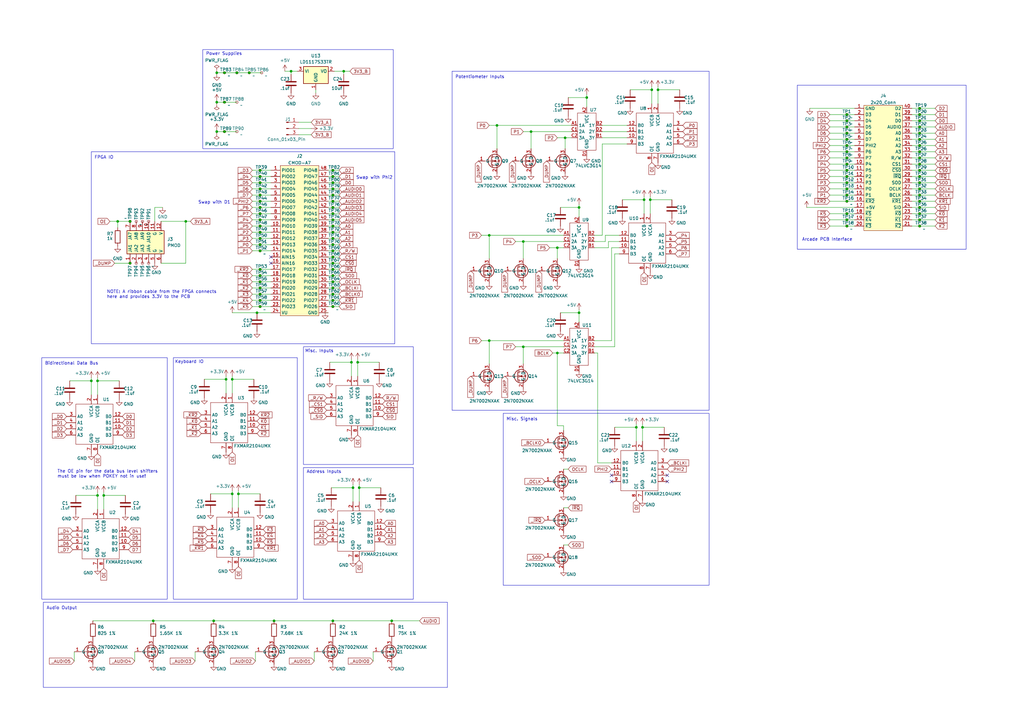
<source format=kicad_sch>
(kicad_sch (version 20230121) (generator eeschema)
  (paper "A3")
  (junction (at 237.49 85.09))
  (junction (at 347.345 82.55))
  (junction (at 92.71 155.575))
  (junction (at 106.68 80.01))
  (junction (at 106.68 74.93))
  (junction (at 347.345 52.07))
  (junction (at 136.525 115.57))
  (junction (at 106.68 95.25))
  (junction (at 231.775 56.515))
  (junction (at 136.525 85.09))
  (junction (at 377.19 80.01))
  (junction (at 106.68 72.39))
  (junction (at 260.985 175.26))
  (junction (at 377.19 54.61))
  (junction (at 347.345 54.61))
  (junction (at 136.525 87.63))
  (junction (at 347.345 74.93))
  (junction (at 136.525 113.03))
  (junction (at 136.525 90.17))
  (junction (at 267.335 36.83))
  (junction (at 106.68 85.09))
  (junction (at 136.525 74.93))
  (junction (at 106.68 123.19))
  (junction (at 106.68 115.57))
  (junction (at 347.345 67.31))
  (junction (at 136.525 102.87))
  (junction (at 377.19 52.07))
  (junction (at 106.68 113.03))
  (junction (at 228.6 101.6))
  (junction (at 53.34 90.805))
  (junction (at 136.525 82.55))
  (junction (at 266.7 81.915))
  (junction (at 347.345 72.39))
  (junction (at 377.19 57.15))
  (junction (at 112.395 254.635))
  (junction (at 136.525 105.41))
  (junction (at 377.19 92.71))
  (junction (at 105.41 128.27))
  (junction (at 92.075 41.91))
  (junction (at 136.525 69.85))
  (junction (at 97.155 29.845))
  (junction (at 377.19 74.93))
  (junction (at 347.345 59.69))
  (junction (at 147.32 200.025))
  (junction (at 240.665 40.005))
  (junction (at 377.19 85.09))
  (junction (at 377.19 87.63))
  (junction (at 140.97 29.21))
  (junction (at 200.66 139.7))
  (junction (at 37.465 156.21))
  (junction (at 347.345 69.85))
  (junction (at 106.68 110.49))
  (junction (at 237.49 128.27))
  (junction (at 377.19 46.99))
  (junction (at 48.26 90.805))
  (junction (at 106.68 102.87))
  (junction (at 106.68 125.73))
  (junction (at 136.525 254.635))
  (junction (at 377.19 44.45))
  (junction (at 214.63 142.24))
  (junction (at 377.19 82.55))
  (junction (at 88.9 29.845))
  (junction (at 136.525 125.73))
  (junction (at 136.525 110.49))
  (junction (at 40.005 156.21))
  (junction (at 106.68 92.71))
  (junction (at 106.68 97.79))
  (junction (at 347.345 92.71))
  (junction (at 106.68 118.11))
  (junction (at 136.525 118.11))
  (junction (at 377.19 49.53))
  (junction (at 377.19 67.31))
  (junction (at 347.345 77.47))
  (junction (at 217.805 53.975))
  (junction (at 347.345 80.01))
  (junction (at 106.68 77.47))
  (junction (at 377.19 77.47))
  (junction (at 106.68 87.63))
  (junction (at 347.345 49.53))
  (junction (at 102.235 29.845))
  (junction (at 263.525 175.26))
  (junction (at 347.345 57.15))
  (junction (at 92.075 53.975))
  (junction (at 42.545 203.2))
  (junction (at 92.075 29.845))
  (junction (at 87.63 254.635))
  (junction (at 97.79 202.565))
  (junction (at 119.38 29.21))
  (junction (at 95.25 202.565))
  (junction (at 88.9 41.91))
  (junction (at 136.525 107.95))
  (junction (at 136.525 120.65))
  (junction (at 136.525 80.01))
  (junction (at 106.68 90.17))
  (junction (at 136.525 77.47))
  (junction (at 53.34 107.95))
  (junction (at 136.525 72.39))
  (junction (at 62.865 254.635))
  (junction (at 136.525 123.19))
  (junction (at 347.345 87.63))
  (junction (at 203.835 51.435))
  (junction (at 377.19 62.23))
  (junction (at 106.68 69.85))
  (junction (at 136.525 97.79))
  (junction (at 377.19 59.69))
  (junction (at 347.345 90.17))
  (junction (at 106.68 120.65))
  (junction (at 377.19 69.85))
  (junction (at 160.655 254.635))
  (junction (at 264.16 81.915))
  (junction (at 95.25 155.575))
  (junction (at 106.68 100.33))
  (junction (at 106.68 82.55))
  (junction (at 144.145 148.59))
  (junction (at 347.345 46.99))
  (junction (at 40.005 203.2))
  (junction (at 214.63 99.06))
  (junction (at 269.875 36.83))
  (junction (at 228.6 144.78))
  (junction (at 136.525 92.71))
  (junction (at 377.19 64.77))
  (junction (at 377.19 90.17))
  (junction (at 76.2 90.805))
  (junction (at 136.525 95.25))
  (junction (at 136.525 100.33))
  (junction (at 144.78 200.025))
  (junction (at 200.66 96.52))
  (junction (at 347.345 64.77))
  (junction (at 347.345 62.23))
  (junction (at 88.9 53.975))
  (junction (at 146.685 148.59))
  (junction (at 377.19 72.39))
  (no_connect (at 250.825 194.945))
  (no_connect (at 250.825 197.485))
  (no_connect (at 111.125 105.41))
  (no_connect (at 111.125 107.95))
  (no_connect (at 273.685 197.485))
  (no_connect (at 273.685 194.945))
  (wire (pts (xy 377.19 82.55) (xy 383.54 82.55)))
  (wire (pts (xy 197.485 139.7) (xy 200.66 139.7)))
  (wire (pts (xy 234.315 51.435) (xy 203.835 51.435)))
  (wire (pts (xy 134.62 128.27) (xy 133.35 128.27)))
  (wire (pts (xy 88.9 41.91) (xy 92.075 41.91)))
  (wire (pts (xy 134.62 74.93) (xy 136.525 74.93)))
  (wire (pts (xy 347.345 69.85) (xy 350.52 69.85)))
  (wire (pts (xy 228.6 144.78) (xy 231.14 144.78)))
  (wire (pts (xy 38.1 254.635) (xy 62.865 254.635)))
  (wire (pts (xy 106.68 102.87) (xy 111.125 102.87)))
  (wire (pts (xy 136.525 95.25) (xy 139.065 95.25)))
  (wire (pts (xy 249.555 101.6) (xy 249.555 99.06)))
  (wire (pts (xy 88.9 41.91) (xy 88.9 41.275)))
  (wire (pts (xy 92.075 41.91) (xy 97.155 41.91)))
  (wire (pts (xy 228.6 101.6) (xy 228.6 106.045)))
  (wire (pts (xy 243.84 96.52) (xy 247.015 96.52)))
  (wire (pts (xy 106.68 92.71) (xy 111.125 92.71)))
  (wire (pts (xy 103.505 90.17) (xy 106.68 90.17)))
  (wire (pts (xy 134.62 85.09) (xy 136.525 85.09)))
  (wire (pts (xy 136.525 80.01) (xy 139.065 80.01)))
  (wire (pts (xy 266.7 80.645) (xy 266.7 81.915)))
  (wire (pts (xy 103.505 74.93) (xy 106.68 74.93)))
  (wire (pts (xy 347.345 67.31) (xy 350.52 67.31)))
  (wire (pts (xy 377.19 62.23) (xy 383.54 62.23)))
  (wire (pts (xy 134.62 118.11) (xy 136.525 118.11)))
  (wire (pts (xy 250.825 189.865) (xy 245.11 189.865)))
  (wire (pts (xy 340.36 72.39) (xy 347.345 72.39)))
  (wire (pts (xy 112.395 254.635) (xy 136.525 254.635)))
  (wire (pts (xy 30.48 267.335) (xy 30.48 271.145)))
  (wire (pts (xy 231.14 192.405) (xy 233.045 192.405)))
  (wire (pts (xy 374.015 64.77) (xy 377.19 64.77)))
  (wire (pts (xy 140.97 29.21) (xy 143.51 29.21)))
  (wire (pts (xy 103.505 102.87) (xy 106.68 102.87)))
  (wire (pts (xy 374.015 87.63) (xy 377.19 87.63)))
  (wire (pts (xy 211.455 99.06) (xy 214.63 99.06)))
  (wire (pts (xy 40.005 201.93) (xy 40.005 203.2)))
  (wire (pts (xy 103.505 113.03) (xy 106.68 113.03)))
  (wire (pts (xy 95.25 155.575) (xy 104.14 155.575)))
  (wire (pts (xy 377.19 54.61) (xy 383.54 54.61)))
  (wire (pts (xy 374.015 62.23) (xy 377.19 62.23)))
  (wire (pts (xy 134.62 92.71) (xy 136.525 92.71)))
  (wire (pts (xy 106.68 113.03) (xy 111.125 113.03)))
  (wire (pts (xy 92.71 154.305) (xy 92.71 155.575)))
  (wire (pts (xy 135.89 200.025) (xy 144.78 200.025)))
  (wire (pts (xy 144.78 200.025) (xy 144.78 205.74)))
  (wire (pts (xy 347.345 92.71) (xy 350.52 92.71)))
  (wire (pts (xy 136.525 118.11) (xy 139.065 118.11)))
  (wire (pts (xy 146.685 148.59) (xy 155.575 148.59)))
  (wire (pts (xy 134.62 90.17) (xy 136.525 90.17)))
  (wire (pts (xy 147.32 198.755) (xy 147.32 200.025)))
  (wire (pts (xy 237.49 128.27) (xy 237.49 132.08)))
  (wire (pts (xy 46.99 107.95) (xy 53.34 107.95)))
  (wire (pts (xy 160.655 254.635) (xy 172.085 254.635)))
  (wire (pts (xy 103.505 118.11) (xy 106.68 118.11)))
  (wire (pts (xy 134.62 77.47) (xy 136.525 77.47)))
  (wire (pts (xy 340.36 82.55) (xy 347.345 82.55)))
  (wire (pts (xy 252.095 142.24) (xy 243.84 142.24)))
  (wire (pts (xy 374.015 92.71) (xy 377.19 92.71)))
  (wire (pts (xy 136.525 100.33) (xy 139.065 100.33)))
  (wire (pts (xy 144.78 198.755) (xy 144.78 200.025)))
  (wire (pts (xy 136.525 102.87) (xy 139.065 102.87)))
  (wire (pts (xy 377.19 77.47) (xy 383.54 77.47)))
  (wire (pts (xy 377.19 57.15) (xy 383.54 57.15)))
  (wire (pts (xy 340.36 46.99) (xy 347.345 46.99)))
  (wire (pts (xy 144.145 148.59) (xy 144.145 154.305)))
  (wire (pts (xy 340.36 90.17) (xy 347.345 90.17)))
  (wire (pts (xy 237.49 85.09) (xy 237.49 88.9)))
  (wire (pts (xy 269.875 35.56) (xy 269.875 36.83)))
  (wire (pts (xy 340.36 67.31) (xy 347.345 67.31)))
  (wire (pts (xy 237.49 127) (xy 237.49 128.27)))
  (wire (pts (xy 374.015 67.31) (xy 377.19 67.31)))
  (wire (pts (xy 211.455 142.24) (xy 214.63 142.24)))
  (wire (pts (xy 233.045 40.005) (xy 240.665 40.005)))
  (wire (pts (xy 374.015 59.69) (xy 377.19 59.69)))
  (wire (pts (xy 136.525 82.55) (xy 139.065 82.55)))
  (wire (pts (xy 247.015 59.055) (xy 257.175 59.055)))
  (wire (pts (xy 250.825 101.6) (xy 250.825 139.7)))
  (wire (pts (xy 340.36 92.71) (xy 347.345 92.71)))
  (wire (pts (xy 250.825 139.7) (xy 243.84 139.7)))
  (wire (pts (xy 264.16 80.645) (xy 264.16 81.915)))
  (wire (pts (xy 214.63 99.06) (xy 214.63 106.045)))
  (wire (pts (xy 144.145 147.32) (xy 144.145 148.59)))
  (wire (pts (xy 340.36 74.93) (xy 347.345 74.93)))
  (wire (pts (xy 135.255 148.59) (xy 144.145 148.59)))
  (wire (pts (xy 374.015 90.17) (xy 377.19 90.17)))
  (wire (pts (xy 134.62 82.55) (xy 136.525 82.55)))
  (wire (pts (xy 128.905 267.335) (xy 128.905 271.145)))
  (wire (pts (xy 134.62 115.57) (xy 136.525 115.57)))
  (wire (pts (xy 40.005 154.94) (xy 40.005 156.21)))
  (wire (pts (xy 260.985 175.26) (xy 260.985 180.975)))
  (wire (pts (xy 88.9 53.975) (xy 92.075 53.975)))
  (wire (pts (xy 225.425 101.6) (xy 228.6 101.6)))
  (wire (pts (xy 200.66 96.52) (xy 200.66 106.045)))
  (wire (pts (xy 229.87 85.09) (xy 237.49 85.09)))
  (wire (pts (xy 134.62 102.87) (xy 136.525 102.87)))
  (wire (pts (xy 103.505 85.09) (xy 106.68 85.09)))
  (wire (pts (xy 104.775 267.335) (xy 104.775 271.145)))
  (wire (pts (xy 76.2 90.805) (xy 78.105 90.805)))
  (wire (pts (xy 83.82 155.575) (xy 92.71 155.575)))
  (wire (pts (xy 203.835 51.435) (xy 203.835 60.96)))
  (wire (pts (xy 103.505 100.33) (xy 106.68 100.33)))
  (wire (pts (xy 147.32 200.025) (xy 147.32 205.74)))
  (wire (pts (xy 377.19 49.53) (xy 383.54 49.53)))
  (wire (pts (xy 134.62 80.01) (xy 136.525 80.01)))
  (wire (pts (xy 231.775 56.515) (xy 231.775 60.96)))
  (wire (pts (xy 140.97 29.21) (xy 140.97 30.48)))
  (wire (pts (xy 97.79 202.565) (xy 106.68 202.565)))
  (wire (pts (xy 374.015 49.53) (xy 377.19 49.53)))
  (wire (pts (xy 106.68 87.63) (xy 111.125 87.63)))
  (wire (pts (xy 97.155 29.845) (xy 102.235 29.845)))
  (wire (pts (xy 136.525 120.65) (xy 139.065 120.65)))
  (wire (pts (xy 103.505 97.79) (xy 106.68 97.79)))
  (wire (pts (xy 247.015 56.515) (xy 257.175 56.515)))
  (wire (pts (xy 340.36 69.85) (xy 347.345 69.85)))
  (wire (pts (xy 103.505 92.71) (xy 106.68 92.71)))
  (wire (pts (xy 95.25 201.295) (xy 95.25 202.565)))
  (wire (pts (xy 136.525 74.93) (xy 139.065 74.93)))
  (wire (pts (xy 40.005 156.21) (xy 40.005 161.925)))
  (wire (pts (xy 88.9 54.61) (xy 88.9 53.975)))
  (wire (pts (xy 106.68 82.55) (xy 111.125 82.55)))
  (wire (pts (xy 106.68 118.11) (xy 111.125 118.11)))
  (wire (pts (xy 106.68 85.09) (xy 111.125 85.09)))
  (wire (pts (xy 136.525 125.73) (xy 139.065 125.73)))
  (wire (pts (xy 42.545 201.93) (xy 42.545 203.2)))
  (wire (pts (xy 97.79 202.565) (xy 97.79 208.28)))
  (wire (pts (xy 377.19 67.31) (xy 383.54 67.31)))
  (wire (pts (xy 374.015 69.85) (xy 377.19 69.85)))
  (wire (pts (xy 80.01 267.335) (xy 80.01 271.145)))
  (wire (pts (xy 228.6 174.625) (xy 231.14 174.625)))
  (wire (pts (xy 347.345 59.69) (xy 350.52 59.69)))
  (wire (pts (xy 136.525 87.63) (xy 139.065 87.63)))
  (wire (pts (xy 95.25 154.305) (xy 95.25 155.575)))
  (wire (pts (xy 88.9 29.845) (xy 92.075 29.845)))
  (wire (pts (xy 264.16 81.915) (xy 264.16 87.63)))
  (wire (pts (xy 103.505 82.55) (xy 106.68 82.55)))
  (wire (pts (xy 231.14 142.24) (xy 214.63 142.24)))
  (wire (pts (xy 97.79 201.295) (xy 97.79 202.565)))
  (wire (pts (xy 153.035 267.335) (xy 153.035 271.145)))
  (wire (pts (xy 374.015 54.61) (xy 377.19 54.61)))
  (wire (pts (xy 245.11 144.78) (xy 243.84 144.78)))
  (wire (pts (xy 340.36 87.63) (xy 347.345 87.63)))
  (wire (pts (xy 134.62 105.41) (xy 136.525 105.41)))
  (wire (pts (xy 347.345 82.55) (xy 350.52 82.55)))
  (wire (pts (xy 248.285 99.06) (xy 248.285 96.52)))
  (wire (pts (xy 103.505 125.73) (xy 106.68 125.73)))
  (wire (pts (xy 200.66 51.435) (xy 203.835 51.435)))
  (wire (pts (xy 136.525 123.19) (xy 139.065 123.19)))
  (wire (pts (xy 129.54 38.1) (xy 129.54 36.83)))
  (wire (pts (xy 136.525 77.47) (xy 139.065 77.47)))
  (wire (pts (xy 200.66 139.7) (xy 200.66 149.225)))
  (wire (pts (xy 377.19 80.01) (xy 383.54 80.01)))
  (wire (pts (xy 347.345 54.61) (xy 350.52 54.61)))
  (wire (pts (xy 347.345 87.63) (xy 350.52 87.63)))
  (wire (pts (xy 106.68 95.25) (xy 111.125 95.25)))
  (wire (pts (xy 136.525 85.09) (xy 139.065 85.09)))
  (wire (pts (xy 258.445 36.83) (xy 267.335 36.83)))
  (wire (pts (xy 377.19 87.63) (xy 383.54 87.63)))
  (wire (pts (xy 146.685 147.32) (xy 146.685 148.59)))
  (wire (pts (xy 134.62 125.73) (xy 136.525 125.73)))
  (wire (pts (xy 340.36 49.53) (xy 347.345 49.53)))
  (wire (pts (xy 127.635 55.245) (xy 122.555 55.245)))
  (wire (pts (xy 136.525 115.57) (xy 139.065 115.57)))
  (wire (pts (xy 340.36 52.07) (xy 347.345 52.07)))
  (wire (pts (xy 231.14 96.52) (xy 200.66 96.52)))
  (wire (pts (xy 92.075 29.845) (xy 97.155 29.845)))
  (wire (pts (xy 106.68 74.93) (xy 111.125 74.93)))
  (wire (pts (xy 134.62 110.49) (xy 136.525 110.49)))
  (wire (pts (xy 40.005 203.2) (xy 40.005 208.915)))
  (wire (pts (xy 136.525 97.79) (xy 139.065 97.79)))
  (wire (pts (xy 136.525 113.03) (xy 139.065 113.03)))
  (wire (pts (xy 134.62 113.03) (xy 136.525 113.03)))
  (wire (pts (xy 340.36 62.23) (xy 347.345 62.23)))
  (wire (pts (xy 231.14 174.625) (xy 231.14 176.53)))
  (wire (pts (xy 42.545 203.2) (xy 42.545 208.915)))
  (wire (pts (xy 374.015 72.39) (xy 377.19 72.39)))
  (wire (pts (xy 86.36 202.565) (xy 95.25 202.565)))
  (wire (pts (xy 37.465 154.94) (xy 37.465 156.21)))
  (wire (pts (xy 134.62 72.39) (xy 136.525 72.39)))
  (wire (pts (xy 340.36 57.15) (xy 347.345 57.15)))
  (wire (pts (xy 377.19 72.39) (xy 383.54 72.39)))
  (wire (pts (xy 374.015 85.09) (xy 377.19 85.09)))
  (wire (pts (xy 88.9 53.975) (xy 88.9 53.34)))
  (wire (pts (xy 245.11 144.78) (xy 245.11 189.865)))
  (wire (pts (xy 197.485 96.52) (xy 200.66 96.52)))
  (wire (pts (xy 374.015 57.15) (xy 377.19 57.15)))
  (wire (pts (xy 374.015 77.47) (xy 377.19 77.47)))
  (wire (pts (xy 134.62 100.33) (xy 136.525 100.33)))
  (wire (pts (xy 247.015 53.975) (xy 257.175 53.975)))
  (wire (pts (xy 234.315 53.975) (xy 217.805 53.975)))
  (wire (pts (xy 234.315 56.515) (xy 231.775 56.515)))
  (wire (pts (xy 254 104.14) (xy 252.095 104.14)))
  (wire (pts (xy 136.525 107.95) (xy 139.065 107.95)))
  (wire (pts (xy 347.345 49.53) (xy 350.52 49.53)))
  (wire (pts (xy 106.68 123.19) (xy 111.125 123.19)))
  (wire (pts (xy 377.19 74.93) (xy 383.54 74.93)))
  (wire (pts (xy 106.68 77.47) (xy 111.125 77.47)))
  (wire (pts (xy 136.525 92.71) (xy 139.065 92.71)))
  (wire (pts (xy 374.015 82.55) (xy 377.19 82.55)))
  (wire (pts (xy 95.25 202.565) (xy 95.25 208.28)))
  (wire (pts (xy 127.635 52.705) (xy 122.555 52.705)))
  (wire (pts (xy 42.545 203.2) (xy 51.435 203.2)))
  (wire (pts (xy 237.49 83.82) (xy 237.49 85.09)))
  (wire (pts (xy 377.19 46.99) (xy 383.54 46.99)))
  (wire (pts (xy 106.68 90.17) (xy 111.125 90.17)))
  (wire (pts (xy 374.015 52.07) (xy 377.19 52.07)))
  (wire (pts (xy 103.505 77.47) (xy 106.68 77.47)))
  (wire (pts (xy 340.36 77.47) (xy 347.345 77.47)))
  (wire (pts (xy 106.68 100.33) (xy 111.125 100.33)))
  (wire (pts (xy 103.505 110.49) (xy 106.68 110.49)))
  (wire (pts (xy 103.505 69.85) (xy 106.68 69.85)))
  (wire (pts (xy 332.105 44.45) (xy 350.52 44.45)))
  (wire (pts (xy 266.7 81.915) (xy 275.59 81.915)))
  (wire (pts (xy 55.245 267.335) (xy 55.245 271.145)))
  (wire (pts (xy 136.525 105.41) (xy 139.065 105.41)))
  (wire (pts (xy 374.015 44.45) (xy 377.19 44.45)))
  (wire (pts (xy 248.285 96.52) (xy 254 96.52)))
  (wire (pts (xy 92.71 155.575) (xy 92.71 161.29)))
  (wire (pts (xy 252.095 104.14) (xy 252.095 142.24)))
  (wire (pts (xy 116.84 29.21) (xy 119.38 29.21)))
  (wire (pts (xy 231.14 101.6) (xy 228.6 101.6)))
  (wire (pts (xy 347.345 90.17) (xy 350.52 90.17)))
  (wire (pts (xy 63.5 85.09) (xy 63.5 90.805)))
  (wire (pts (xy 240.665 38.735) (xy 240.665 40.005)))
  (wire (pts (xy 48.26 90.805) (xy 48.26 93.345)))
  (wire (pts (xy 231.14 208.28) (xy 233.045 208.28)))
  (wire (pts (xy 374.015 46.99) (xy 377.19 46.99)))
  (wire (pts (xy 340.36 80.01) (xy 347.345 80.01)))
  (wire (pts (xy 263.525 175.26) (xy 263.525 180.975)))
  (wire (pts (xy 347.345 80.01) (xy 350.52 80.01)))
  (wire (pts (xy 377.19 85.09) (xy 383.54 85.09)))
  (wire (pts (xy 95.25 155.575) (xy 95.25 161.29)))
  (wire (pts (xy 228.6 56.515) (xy 231.775 56.515)))
  (wire (pts (xy 247.015 51.435) (xy 257.175 51.435)))
  (wire (pts (xy 214.63 53.975) (xy 217.805 53.975)))
  (wire (pts (xy 40.005 156.21) (xy 48.895 156.21)))
  (wire (pts (xy 229.87 128.27) (xy 237.49 128.27)))
  (wire (pts (xy 76.2 107.95) (xy 76.2 90.805)))
  (wire (pts (xy 147.32 200.025) (xy 156.21 200.025)))
  (wire (pts (xy 347.345 74.93) (xy 350.52 74.93)))
  (wire (pts (xy 127.635 50.165) (xy 122.555 50.165)))
  (wire (pts (xy 92.075 53.975) (xy 97.155 53.975)))
  (wire (pts (xy 106.68 110.49) (xy 111.125 110.49)))
  (wire (pts (xy 134.62 120.65) (xy 136.525 120.65)))
  (wire (pts (xy 136.525 90.17) (xy 139.065 90.17)))
  (wire (pts (xy 102.235 29.845) (xy 107.315 29.845)))
  (wire (pts (xy 347.345 64.77) (xy 350.52 64.77)))
  (wire (pts (xy 103.505 123.19) (xy 106.68 123.19)))
  (wire (pts (xy 134.62 95.25) (xy 136.525 95.25)))
  (wire (pts (xy 136.525 110.49) (xy 139.065 110.49)))
  (wire (pts (xy 269.875 36.83) (xy 278.765 36.83)))
  (wire (pts (xy 240.665 40.005) (xy 240.665 43.815)))
  (wire (pts (xy 267.335 35.56) (xy 267.335 36.83)))
  (wire (pts (xy 136.525 69.85) (xy 139.065 69.85)))
  (wire (pts (xy 267.335 36.83) (xy 267.335 42.545)))
  (wire (pts (xy 103.505 72.39) (xy 106.68 72.39)))
  (wire (pts (xy 66.04 90.805) (xy 76.2 90.805)))
  (wire (pts (xy 377.19 52.07) (xy 383.54 52.07)))
  (wire (pts (xy 134.62 69.85) (xy 136.525 69.85)))
  (wire (pts (xy 119.38 29.21) (xy 119.38 30.48)))
  (wire (pts (xy 146.685 148.59) (xy 146.685 154.305)))
  (wire (pts (xy 66.04 107.95) (xy 76.2 107.95)))
  (wire (pts (xy 340.36 54.61) (xy 347.345 54.61)))
  (wire (pts (xy 103.505 95.25) (xy 106.68 95.25)))
  (wire (pts (xy 214.63 142.24) (xy 214.63 149.225)))
  (wire (pts (xy 377.19 90.17) (xy 383.54 90.17)))
  (wire (pts (xy 88.9 29.845) (xy 88.9 29.21)))
  (wire (pts (xy 228.6 144.78) (xy 228.6 174.625)))
  (wire (pts (xy 95.25 128.27) (xy 105.41 128.27)))
  (wire (pts (xy 106.68 125.73) (xy 111.125 125.73)))
  (wire (pts (xy 226.695 144.78) (xy 228.6 144.78)))
  (wire (pts (xy 347.345 52.07) (xy 350.52 52.07)))
  (wire (pts (xy 249.555 99.06) (xy 254 99.06)))
  (wire (pts (xy 31.115 203.2) (xy 40.005 203.2)))
  (wire (pts (xy 106.68 80.01) (xy 111.125 80.01)))
  (wire (pts (xy 254 101.6) (xy 250.825 101.6)))
  (wire (pts (xy 252.095 175.26) (xy 260.985 175.26)))
  (wire (pts (xy 45.085 90.805) (xy 48.26 90.805)))
  (wire (pts (xy 340.36 59.69) (xy 347.345 59.69)))
  (wire (pts (xy 377.19 64.77) (xy 383.54 64.77)))
  (wire (pts (xy 134.62 107.95) (xy 136.525 107.95)))
  (wire (pts (xy 347.345 62.23) (xy 350.52 62.23)))
  (wire (pts (xy 63.5 85.09) (xy 66.675 85.09)))
  (wire (pts (xy 37.465 156.21) (xy 37.465 161.925)))
  (wire (pts (xy 103.505 87.63) (xy 106.68 87.63)))
  (wire (pts (xy 105.41 128.27) (xy 111.125 128.27)))
  (wire (pts (xy 106.68 69.85) (xy 111.125 69.85)))
  (wire (pts (xy 255.27 81.915) (xy 264.16 81.915)))
  (wire (pts (xy 134.62 87.63) (xy 136.525 87.63)))
  (wire (pts (xy 103.505 80.01) (xy 106.68 80.01)))
  (wire (pts (xy 48.26 90.805) (xy 53.34 90.805)))
  (wire (pts (xy 106.68 115.57) (xy 111.125 115.57)))
  (wire (pts (xy 87.63 254.635) (xy 112.395 254.635)))
  (wire (pts (xy 137.16 29.21) (xy 140.97 29.21)))
  (wire (pts (xy 136.525 72.39) (xy 139.065 72.39)))
  (wire (pts (xy 88.9 42.545) (xy 88.9 41.91)))
  (wire (pts (xy 347.345 72.39) (xy 350.52 72.39)))
  (wire (pts (xy 347.345 77.47) (xy 350.52 77.47)))
  (wire (pts (xy 374.015 80.01) (xy 377.19 80.01)))
  (wire (pts (xy 103.505 120.65) (xy 106.68 120.65)))
  (wire (pts (xy 106.68 97.79) (xy 111.125 97.79)))
  (wire (pts (xy 136.525 254.635) (xy 160.655 254.635)))
  (wire (pts (xy 377.19 59.69) (xy 383.54 59.69)))
  (wire (pts (xy 231.14 139.7) (xy 200.66 139.7)))
  (wire (pts (xy 374.015 74.93) (xy 377.19 74.93)))
  (wire (pts (xy 377.19 44.45) (xy 383.54 44.45)))
  (wire (pts (xy 231.14 223.52) (xy 233.045 223.52)))
  (wire (pts (xy 266.7 81.915) (xy 266.7 87.63)))
  (wire (pts (xy 377.19 92.71) (xy 383.54 92.71)))
  (wire (pts (xy 103.505 115.57) (xy 106.68 115.57)))
  (wire (pts (xy 62.865 254.635) (xy 87.63 254.635)))
  (wire (pts (xy 263.525 175.26) (xy 272.415 175.26)))
  (wire (pts (xy 243.84 101.6) (xy 249.555 101.6)))
  (wire (pts (xy 347.345 57.15) (xy 350.52 57.15)))
  (wire (pts (xy 330.835 85.09) (xy 350.52 85.09)))
  (wire (pts (xy 106.68 120.65) (xy 111.125 120.65)))
  (wire (pts (xy 263.525 173.99) (xy 263.525 175.26)))
  (wire (pts (xy 134.62 97.79) (xy 136.525 97.79)))
  (wire (pts (xy 247.015 96.52) (xy 247.015 59.055)))
  (wire (pts (xy 260.985 173.99) (xy 260.985 175.26)))
  (wire (pts (xy 269.875 36.83) (xy 269.875 42.545)))
  (wire (pts (xy 119.38 29.21) (xy 121.92 29.21)))
  (wire (pts (xy 243.84 99.06) (xy 248.285 99.06)))
  (wire (pts (xy 88.9 30.48) (xy 88.9 29.845)))
  (wire (pts (xy 134.62 123.19) (xy 136.525 123.19)))
  (wire (pts (xy 347.345 46.99) (xy 350.52 46.99)))
  (wire (pts (xy 217.805 53.975) (xy 217.805 60.96)))
  (wire (pts (xy 231.14 99.06) (xy 214.63 99.06)))
  (wire (pts (xy 106.68 72.39) (xy 111.125 72.39)))
  (wire (pts (xy 377.19 69.85) (xy 383.54 69.85)))
  (wire (pts (xy 340.36 64.77) (xy 347.345 64.77)))
  (wire (pts (xy 28.575 156.21) (xy 37.465 156.21)))
  (rectangle (start 83.185 20.32) (end 161.29 60.96))
  (rectangle (start 327.025 34.925) (end 396.24 102.235))
  (rectangle (start 206.375 169.545) (end 290.83 240.03))
  (rectangle (start 37.465 62.23) (end 161.925 140.97))
  (rectangle (start 17.145 146.685) (end 68.58 245.745))
  (rectangle (start 124.46 191.77) (end 169.545 245.745))
  (rectangle (start 71.12 146.685) (end 121.92 245.745))
  (rectangle (start 185.42 29.21) (end 290.83 168.275))
  (rectangle (start 124.46 142.24) (end 169.545 190.5))
  (rectangle (start 17.78 247.015) (end 183.515 281.94))
  (text "Arcade PCB Interface" (at 328.93 99.06 0) (effects (font (size 1.27 1.27)) (justify left bottom)))
  (text "Bidirectional Data Bus" (at 18.415 149.86 0) (effects (font (size 1.27 1.27)) (justify left bottom)))
  (text "Address Inputs" (at 125.73 194.31 0) (effects (font (size 1.27 1.27)) (justify left bottom)))
  (text "Misc. Signals" (at 207.645 172.72 0) (effects (font (size 1.27 1.27)) (justify left bottom)))
  (text "Potentiometer Inputs" (at 186.69 32.385 0) (effects (font (size 1.27 1.27)) (justify left bottom)))
  (text "The OE pin for the data bus level shifters \nmust be low when POKEY not in use!" (at 23.495 196.215 0) (effects (font (size 1.27 1.27)) (justify left bottom)))
  (text "Misc. Inputs" (at 125.095 144.78 0) (effects (font (size 1.27 1.27)) (justify left bottom)))
  (text "Keyboard IO" (at 71.755 149.225 0) (effects (font (size 1.27 1.27)) (justify left bottom)))
  (text "FPGA IO" (at 38.735 65.405 0) (effects (font (size 1.27 1.27)) (justify left bottom)))
  (text "Swap with D1" (at 81.28 83.82 0) (effects (font (size 1.27 1.27)) (justify left bottom)))
  (text "NOTE: A ribbon cable from the FPGA connects\nhere and provides 3.3V to the PCB" (at 43.815 122.555 0) (effects (font (size 1.27 1.27)) (justify left bottom)))
  (text "Audio Output" (at 19.05 250.19 0) (effects (font (size 1.27 1.27)) (justify left bottom)))
  (text "Swap with Phi2" (at 146.05 73.66 0) (effects (font (size 1.27 1.27)) (justify left bottom)))
  (text "Power Supplies" (at 84.455 22.86 0) (effects (font (size 1.27 1.27)) (justify left bottom)))
  (global_label "_P5" (shape input) (at 276.86 99.06 0) (property "Intersheetrefs" "${INTERSHEET_REFS}" (effects hide)))
  (global_label "_P4" (shape input) (at 276.86 96.52 0) (property "Intersheetrefs" "${INTERSHEET_REFS}" (effects hide)))
  (global_label "P1" (shape input) (at 214.63 53.975 180) (property "Intersheetrefs" "${INTERSHEET_REFS}" (effects hide)))
  (global_label "~{K1}" (shape input) (at 383.54 90.17 0) (property "Intersheetrefs" "${INTERSHEET_REFS}" (effects hide)))
  (global_label "~{K0}" (shape input) (at 383.54 87.63 0) (property "Intersheetrefs" "${INTERSHEET_REFS}" (effects hide)))
  (global_label "P4" (shape input) (at 340.36 67.31 180) (property "Intersheetrefs" "${INTERSHEET_REFS}" (effects hide)))
  (global_label "_BCLKO" (shape input) (at 139.065 120.65 0) (property "Intersheetrefs" "${INTERSHEET_REFS}" (effects hide)))
  (global_label "_A3" (shape input) (at 134.62 222.25 180) (property "Intersheetrefs" "${INTERSHEET_REFS}" (effects hide)))
  (global_label "_AUDIO3" (shape input) (at 80.01 271.145 180) (property "Intersheetrefs" "${INTERSHEET_REFS}" (effects hide)))
  (global_label "OE" (shape input) (at 264.16 111.76 270) (property "Intersheetrefs" "${INTERSHEET_REFS}" (effects hide)))
  (global_label "_P1" (shape input) (at 280.035 53.975 0) (property "Intersheetrefs" "${INTERSHEET_REFS}" (effects hide)))
  (global_label "_D1" (shape input) (at 139.065 72.39 0) (property "Intersheetrefs" "${INTERSHEET_REFS}" (effects hide)))
  (global_label "_D7" (shape input) (at 29.845 225.425 180) (property "Intersheetrefs" "${INTERSHEET_REFS}" (effects hide)))
  (global_label "P1" (shape input) (at 340.36 80.01 180) (property "Intersheetrefs" "${INTERSHEET_REFS}" (effects hide)))
  (global_label "_~{KR2}" (shape input) (at 103.505 110.49 180) (property "Intersheetrefs" "${INTERSHEET_REFS}" (effects hide)))
  (global_label "_D7" (shape input) (at 103.505 80.01 180) (property "Intersheetrefs" "${INTERSHEET_REFS}" (effects hide)))
  (global_label "_~{IRQ}" (shape input) (at 223.52 213.36 180) (property "Intersheetrefs" "${INTERSHEET_REFS}" (effects hide)))
  (global_label "P4" (shape input) (at 211.455 99.06 180) (property "Intersheetrefs" "${INTERSHEET_REFS}" (effects hide)))
  (global_label "~{CS0}" (shape input) (at 383.54 69.85 0) (property "Intersheetrefs" "${INTERSHEET_REFS}" (effects hide)))
  (global_label "~{K2}" (shape input) (at 105.41 177.8 0) (property "Intersheetrefs" "${INTERSHEET_REFS}" (effects hide)))
  (global_label "_P6" (shape input) (at 103.505 85.09 180) (property "Intersheetrefs" "${INTERSHEET_REFS}" (effects hide)))
  (global_label "_D0" (shape input) (at 139.065 74.93 0) (property "Intersheetrefs" "${INTERSHEET_REFS}" (effects hide)))
  (global_label "_R{slash}W" (shape input) (at 133.985 163.195 180) (property "Intersheetrefs" "${INTERSHEET_REFS}" (effects hide)))
  (global_label "_DUMP" (shape input) (at 224.155 66.04 270) (property "Intersheetrefs" "${INTERSHEET_REFS}" (effects hide)))
  (global_label "_OCLK" (shape input) (at 223.52 197.485 180) (property "Intersheetrefs" "${INTERSHEET_REFS}" (effects hide)))
  (global_label "D6" (shape input) (at 52.705 222.885 0) (property "Intersheetrefs" "${INTERSHEET_REFS}" (effects hide)))
  (global_label "OE" (shape input) (at 45.085 90.805 180) (property "Intersheetrefs" "${INTERSHEET_REFS}" (effects hide)))
  (global_label "~{K4}" (shape input) (at 340.36 90.17 180) (property "Intersheetrefs" "${INTERSHEET_REFS}" (effects hide)))
  (global_label "_A1" (shape input) (at 134.62 217.17 180) (property "Intersheetrefs" "${INTERSHEET_REFS}" (effects hide)))
  (global_label "OE" (shape input) (at 40.005 186.055 270) (property "Intersheetrefs" "${INTERSHEET_REFS}" (effects hide)))
  (global_label "_~{K3}" (shape input) (at 85.09 217.17 180) (property "Intersheetrefs" "${INTERSHEET_REFS}" (effects hide)))
  (global_label "_P3" (shape input) (at 280.035 59.055 0) (property "Intersheetrefs" "${INTERSHEET_REFS}" (effects hide)))
  (global_label "D1" (shape input) (at 50.165 173.355 0) (property "Intersheetrefs" "${INTERSHEET_REFS}" (effects hide)))
  (global_label "~{IRQ}" (shape input) (at 233.045 208.28 0) (property "Intersheetrefs" "${INTERSHEET_REFS}" (effects hide)))
  (global_label "CS1" (shape input) (at 156.845 165.735 0) (property "Intersheetrefs" "${INTERSHEET_REFS}" (effects hide)))
  (global_label "_A0" (shape input) (at 139.065 92.71 0) (property "Intersheetrefs" "${INTERSHEET_REFS}" (effects hide)))
  (global_label "_~{K5}" (shape input) (at 85.09 222.25 180) (property "Intersheetrefs" "${INTERSHEET_REFS}" (effects hide)))
  (global_label "_P7" (shape input) (at 103.505 87.63 180) (property "Intersheetrefs" "${INTERSHEET_REFS}" (effects hide)))
  (global_label "P3" (shape input) (at 340.36 74.93 180) (property "Intersheetrefs" "${INTERSHEET_REFS}" (effects hide)))
  (global_label "_CS1" (shape input) (at 139.065 105.41 0) (property "Intersheetrefs" "${INTERSHEET_REFS}" (effects hide)))
  (global_label "~{K5}" (shape input) (at 340.36 87.63 180) (property "Intersheetrefs" "${INTERSHEET_REFS}" (effects hide)))
  (global_label "A1" (shape input) (at 383.54 57.15 0) (property "Intersheetrefs" "${INTERSHEET_REFS}" (effects hide)))
  (global_label "~{K4}" (shape input) (at 107.95 219.71 0) (property "Intersheetrefs" "${INTERSHEET_REFS}" (effects hide)))
  (global_label "P5" (shape input) (at 225.425 101.6 180) (property "Intersheetrefs" "${INTERSHEET_REFS}" (effects hide)))
  (global_label "_AUDIO0" (shape input) (at 153.035 271.145 180) (property "Intersheetrefs" "${INTERSHEET_REFS}" (effects hide)))
  (global_label "_P3" (shape input) (at 103.505 97.79 180) (property "Intersheetrefs" "${INTERSHEET_REFS}" (effects hide)))
  (global_label "_SOD" (shape input) (at 139.065 113.03 0) (property "Intersheetrefs" "${INTERSHEET_REFS}" (effects hide)))
  (global_label "_R{slash}W" (shape input) (at 139.065 102.87 0) (property "Intersheetrefs" "${INTERSHEET_REFS}" (effects hide)))
  (global_label "_DUMP" (shape input) (at 196.215 66.04 270) (property "Intersheetrefs" "${INTERSHEET_REFS}" (effects hide)))
  (global_label "OE" (shape input) (at 147.32 229.87 270) (property "Intersheetrefs" "${INTERSHEET_REFS}" (effects hide)))
  (global_label "D7" (shape input) (at 340.36 57.15 180) (property "Intersheetrefs" "${INTERSHEET_REFS}" (effects hide)))
  (global_label "~{K3}" (shape input) (at 107.95 217.17 0) (property "Intersheetrefs" "${INTERSHEET_REFS}" (effects hide)))
  (global_label "_~{KR2}" (shape input) (at 82.55 170.18 180) (property "Intersheetrefs" "${INTERSHEET_REFS}" (effects hide)))
  (global_label "_~{K4}" (shape input) (at 103.505 123.19 180) (property "Intersheetrefs" "${INTERSHEET_REFS}" (effects hide)))
  (global_label "_PHI2" (shape input) (at 273.685 192.405 0) (property "Intersheetrefs" "${INTERSHEET_REFS}" (effects hide)))
  (global_label "_P4" (shape input) (at 103.505 90.17 180) (property "Intersheetrefs" "${INTERSHEET_REFS}" (effects hide)))
  (global_label "A2" (shape input) (at 157.48 219.71 0) (property "Intersheetrefs" "${INTERSHEET_REFS}" (effects hide)))
  (global_label "_PHI2" (shape input) (at 103.505 82.55 180) (property "Intersheetrefs" "${INTERSHEET_REFS}" (effects hide)))
  (global_label "_P2" (shape input) (at 280.035 56.515 0) (property "Intersheetrefs" "${INTERSHEET_REFS}" (effects hide)))
  (global_label "_D2" (shape input) (at 27.305 175.895 180) (property "Intersheetrefs" "${INTERSHEET_REFS}" (effects hide)))
  (global_label "~{K2}" (shape input) (at 383.54 92.71 0) (property "Intersheetrefs" "${INTERSHEET_REFS}" (effects hide)))
  (global_label "_D2" (shape input) (at 139.065 69.85 0) (property "Intersheetrefs" "${INTERSHEET_REFS}" (effects hide)))
  (global_label "_~{K1}" (shape input) (at 103.505 115.57 180) (property "Intersheetrefs" "${INTERSHEET_REFS}" (effects hide)))
  (global_label "_DUMP" (shape input) (at 46.99 107.95 180) (property "Intersheetrefs" "${INTERSHEET_REFS}" (effects hide)))
  (global_label "_AUDIO3" (shape input) (at 139.065 85.09 0) (property "Intersheetrefs" "${INTERSHEET_REFS}" (effects hide)))
  (global_label "D5" (shape input) (at 340.36 52.07 180) (property "Intersheetrefs" "${INTERSHEET_REFS}" (effects hide)))
  (global_label "R{slash}W" (shape input) (at 383.54 64.77 0) (property "Intersheetrefs" "${INTERSHEET_REFS}" (effects hide)))
  (global_label "P7" (shape input) (at 211.455 142.24 180) (property "Intersheetrefs" "${INTERSHEET_REFS}" (effects hide)))
  (global_label "SID" (shape input) (at 156.845 170.815 0) (property "Intersheetrefs" "${INTERSHEET_REFS}" (effects hide)))
  (global_label "_P0" (shape input) (at 280.035 51.435 0) (property "Intersheetrefs" "${INTERSHEET_REFS}" (effects hide)))
  (global_label "R{slash}W" (shape input) (at 156.845 163.195 0) (property "Intersheetrefs" "${INTERSHEET_REFS}" (effects hide)))
  (global_label "_AUDIO0" (shape input) (at 139.065 77.47 0) (property "Intersheetrefs" "${INTERSHEET_REFS}" (effects hide)))
  (global_label "P7" (shape input) (at 340.36 64.77 180) (property "Intersheetrefs" "${INTERSHEET_REFS}" (effects hide)))
  (global_label "_P1" (shape input) (at 103.505 102.87 180) (property "Intersheetrefs" "${INTERSHEET_REFS}" (effects hide)))
  (global_label "_OCLK" (shape input) (at 139.065 115.57 0) (property "Intersheetrefs" "${INTERSHEET_REFS}" (effects hide)))
  (global_label "SOD" (shape input) (at 383.54 74.93 0) (property "Intersheetrefs" "${INTERSHEET_REFS}" (effects hide)))
  (global_label "_D0" (shape input) (at 27.305 170.815 180) (property "Intersheetrefs" "${INTERSHEET_REFS}" (effects hide)))
  (global_label "~{IRQ}" (shape input) (at 383.54 72.39 0) (property "Intersheetrefs" "${INTERSHEET_REFS}" (effects hide)))
  (global_label "OE" (shape input) (at 267.335 66.675 270) (property "Intersheetrefs" "${INTERSHEET_REFS}" (effects hide)))
  (global_label "3V3_B" (shape input) (at 127.635 55.245 0) (property "Intersheetrefs" "${INTERSHEET_REFS}" (effects hide)))
  (global_label "D2" (shape input) (at 50.165 175.895 0) (property "Intersheetrefs" "${INTERSHEET_REFS}" (effects hide)))
  (global_label "_P5" (shape input) (at 103.505 92.71 180) (property "Intersheetrefs" "${INTERSHEET_REFS}" (effects hide)))
  (global_label "_BCLKI" (shape input) (at 139.065 118.11 0) (property "Intersheetrefs" "${INTERSHEET_REFS}" (effects hide)))
  (global_label "A3" (shape input) (at 157.48 222.25 0) (property "Intersheetrefs" "${INTERSHEET_REFS}" (effects hide)))
  (global_label "_AUDIO2" (shape input) (at 104.775 271.145 180) (property "Intersheetrefs" "${INTERSHEET_REFS}" (effects hide)))
  (global_label "PHI2" (shape input) (at 340.36 59.69 180) (property "Intersheetrefs" "${INTERSHEET_REFS}" (effects hide)))
  (global_label "~{K5}" (shape input) (at 107.95 222.25 0) (property "Intersheetrefs" "${INTERSHEET_REFS}" (effects hide)))
  (global_label "~{KR2}" (shape input) (at 340.36 82.55 180) (property "Intersheetrefs" "${INTERSHEET_REFS}" (effects hide)))
  (global_label "D7" (shape input) (at 52.705 225.425 0) (property "Intersheetrefs" "${INTERSHEET_REFS}" (effects hide)))
  (global_label "_A3" (shape input) (at 139.065 100.33 0) (property "Intersheetrefs" "${INTERSHEET_REFS}" (effects hide)))
  (global_label "_A1" (shape input) (at 139.065 95.25 0) (property "Intersheetrefs" "${INTERSHEET_REFS}" (effects hide)))
  (global_label "_~{K0}" (shape input) (at 82.55 172.72 180) (property "Intersheetrefs" "${INTERSHEET_REFS}" (effects hide)))
  (global_label "SOD" (shape input) (at 233.045 223.52 0) (property "Intersheetrefs" "${INTERSHEET_REFS}" (effects hide)))
  (global_label "P2" (shape input) (at 228.6 56.515 180) (property "Intersheetrefs" "${INTERSHEET_REFS}" (effects hide)))
  (global_label "OE" (shape input) (at 146.685 178.435 270) (property "Intersheetrefs" "${INTERSHEET_REFS}" (effects hide)))
  (global_label "3V3_A" (shape input) (at 127.635 50.165 0) (property "Intersheetrefs" "${INTERSHEET_REFS}" (effects hide)))
  (global_label "AUDIO" (shape input) (at 172.085 254.635 0) (property "Intersheetrefs" "${INTERSHEET_REFS}" (effects hide)))
  (global_label "OCLK" (shape input) (at 383.54 77.47 0) (property "Intersheetrefs" "${INTERSHEET_REFS}" (effects hide)))
  (global_label "_~{K0}" (shape input) (at 103.505 113.03 180) (property "Intersheetrefs" "${INTERSHEET_REFS}" (effects hide)))
  (global_label "AUDIO" (shape input) (at 383.54 52.07 0) (property "Intersheetrefs" "${INTERSHEET_REFS}" (effects hide)))
  (global_label "_D4" (shape input) (at 103.505 72.39 180) (property "Intersheetrefs" "${INTERSHEET_REFS}" (effects hide)))
  (global_label "_~{K2}" (shape input) (at 82.55 177.8 180) (property "Intersheetrefs" "${INTERSHEET_REFS}" (effects hide)))
  (global_label "D1" (shape input) (at 383.54 46.99 0) (property "Intersheetrefs" "${INTERSHEET_REFS}" (effects hide)))
  (global_label "_DUMP" (shape input) (at 193.04 111.125 270) (property "Intersheetrefs" "${INTERSHEET_REFS}" (effects hide)))
  (global_label "A0" (shape input) (at 383.54 54.61 0) (property "Intersheetrefs" "${INTERSHEET_REFS}" (effects hide)))
  (global_label "P0" (shape input) (at 200.66 51.435 180) (property "Intersheetrefs" "${INTERSHEET_REFS}" (effects hide)))
  (global_label "SID" (shape input) (at 383.54 85.09 0) (property "Intersheetrefs" "${INTERSHEET_REFS}" (effects hide)))
  (global_label "_A0" (shape input) (at 134.62 214.63 180) (property "Intersheetrefs" "${INTERSHEET_REFS}" (effects hide)))
  (global_label "_P6" (shape input) (at 276.86 101.6 0) (property "Intersheetrefs" "${INTERSHEET_REFS}" (effects hide)))
  (global_label "_~{K5}" (shape input) (at 103.505 125.73 180) (property "Intersheetrefs" "${INTERSHEET_REFS}" (effects hide)))
  (global_label "_~{K2}" (shape input) (at 103.505 118.11 180) (property "Intersheetrefs" "${INTERSHEET_REFS}" (effects hide)))
  (global_label "_~{KR1}" (shape input) (at 139.065 123.19 0) (property "Intersheetrefs" "${INTERSHEET_REFS}" (effects hide)))
  (global_label "_P0" (shape input) (at 103.505 100.33 180) (property "Intersheetrefs" "${INTERSHEET_REFS}" (effects hide)))
  (global_label "A3" (shape input) (at 383.54 62.23 0) (property "Intersheetrefs" "${INTERSHEET_REFS}" (effects hide)))
  (global_label "_~{KR1}" (shape input) (at 85.09 224.79 180) (property "Intersheetrefs" "${INTERSHEET_REFS}" (effects hide)))
  (global_label "D6" (shape input) (at 340.36 54.61 180) (property "Intersheetrefs" "${INTERSHEET_REFS}" (effects hide)))
  (global_label "A2" (shape input) (at 383.54 59.69 0) (property "Intersheetrefs" "${INTERSHEET_REFS}" (effects hide)))
  (global_label "D4" (shape input) (at 340.36 49.53 180) (property "Intersheetrefs" "${INTERSHEET_REFS}" (effects hide)))
  (global_label "~{KR2}" (shape input) (at 105.41 170.18 0) (property "Intersheetrefs" "${INTERSHEET_REFS}" (effects hide)))
  (global_label "_DUMP" (shape input) (at 210.185 66.04 270) (property "Intersheetrefs" "${INTERSHEET_REFS}" (effects hide)))
  (global_label "_CS1" (shape input) (at 133.985 165.735 180) (property "Intersheetrefs" "${INTERSHEET_REFS}" (effects hide)))
  (global_label "P5" (shape input) (at 340.36 69.85 180) (property "Intersheetrefs" "${INTERSHEET_REFS}" (effects hide)))
  (global_label "OE" (shape input) (at 95.25 185.42 270) (property "Intersheetrefs" "${INTERSHEET_REFS}" (effects hide)))
  (global_label "_~{IRQ}" (shape input) (at 139.065 110.49 0) (property "Intersheetrefs" "${INTERSHEET_REFS}" (effects hide)))
  (global_label "_P2" (shape input) (at 103.505 95.25 180) (property "Intersheetrefs" "${INTERSHEET_REFS}" (effects hide)))
  (global_label "D5" (shape input) (at 52.705 220.345 0) (property "Intersheetrefs" "${INTERSHEET_REFS}" (effects hide)))
  (global_label "_AUDIO2" (shape input) (at 139.065 82.55 0) (property "Intersheetrefs" "${INTERSHEET_REFS}" (effects hide)))
  (global_label "_DUMP" (shape input) (at 220.98 111.125 270) (property "Intersheetrefs" "${INTERSHEET_REFS}" (effects hide)))
  (global_label "D0" (shape input) (at 383.54 49.53 0) (property "Intersheetrefs" "${INTERSHEET_REFS}" (effects hide)))
  (global_label "_AUDIO1" (shape input) (at 128.905 271.145 180) (property "Intersheetrefs" "${INTERSHEET_REFS}" (effects hide)))
  (global_label "_D6" (shape input) (at 103.505 77.47 180) (property "Intersheetrefs" "${INTERSHEET_REFS}" (effects hide)))
  (global_label "~{CS0}" (shape input) (at 156.845 168.275 0) (property "Intersheetrefs" "${INTERSHEET_REFS}" (effects hide)))
  (global_label "_SOD" (shape input) (at 223.52 228.6 180) (property "Intersheetrefs" "${INTERSHEET_REFS}" (effects hide)))
  (global_label "_AUDIO5" (shape input) (at 139.065 90.17 0) (property "Intersheetrefs" "${INTERSHEET_REFS}" (effects hide)))
  (global_label "OE" (shape input) (at 42.545 233.045 270) (property "Intersheetrefs" "${INTERSHEET_REFS}" (effects hide)))
  (global_label "_A2" (shape input) (at 139.065 97.79 0) (property "Intersheetrefs" "${INTERSHEET_REFS}" (effects hide)))
  (global_label "_AUDIO4" (shape input) (at 55.245 271.145 180) (property "Intersheetrefs" "${INTERSHEET_REFS}" (effects hide)))
  (global_label "D0" (shape input) (at 50.165 170.815 0) (property "Intersheetrefs" "${INTERSHEET_REFS}" (effects hide)))
  (global_label "P6" (shape input) (at 197.485 139.7 180) (property "Intersheetrefs" "${INTERSHEET_REFS}" (effects hide)))
  (global_label "_D1" (shape input) (at 27.305 173.355 180) (property "Intersheetrefs" "${INTERSHEET_REFS}" (effects hide)))
  (global_label "_SID" (shape input) (at 139.065 125.73 0) (property "Intersheetrefs" "${INTERSHEET_REFS}" (effects hide)))
  (global_label "_~{K4}" (shape input) (at 85.09 219.71 180) (property "Intersheetrefs" "${INTERSHEET_REFS}" (effects hide)))
  (global_label "~{K0}" (shape input) (at 105.41 172.72 0) (property "Intersheetrefs" "${INTERSHEET_REFS}" (effects hide)))
  (global_label "~{K1}" (shape input) (at 105.41 175.26 0) (property "Intersheetrefs" "${INTERSHEET_REFS}" (effects hide)))
  (global_label "3V3_A" (shape input) (at 78.105 90.805 0) (property "Intersheetrefs" "${INTERSHEET_REFS}" (effects hide)))
  (global_label "~{KR1}" (shape input) (at 107.95 224.79 0) (property "Intersheetrefs" "${INTERSHEET_REFS}" (effects hide)))
  (global_label "_BCLKO" (shape input) (at 223.52 181.61 180) (property "Intersheetrefs" "${INTERSHEET_REFS}" (effects hide)))
  (global_label "_~{K3}" (shape input) (at 103.505 120.65 180) (property "Intersheetrefs" "${INTERSHEET_REFS}" (effects hide)))
  (global_label "PHI2" (shape input) (at 250.825 192.405 180) (property "Intersheetrefs" "${INTERSHEET_REFS}" (effects hide)))
  (global_label "_D5" (shape input) (at 103.505 74.93 180) (property "Intersheetrefs" "${INTERSHEET_REFS}" (effects hide)))
  (global_label "D2" (shape input) (at 383.54 44.45 0) (property "Intersheetrefs" "${INTERSHEET_REFS}" (effects hide)))
  (global_label "_AUDIO4" (shape input) (at 139.065 87.63 0) (property "Intersheetrefs" "${INTERSHEET_REFS}" (effects hide)))
  (global_label "_AUDIO1" (shape input) (at 139.065 80.01 0) (property "Intersheetrefs" "${INTERSHEET_REFS}" (effects hide)))
  (global_label "~{K3}" (shape input) (at 340.36 92.71 180) (property "Intersheetrefs" "${INTERSHEET_REFS}" (effects hide)))
  (global_label "D3" (shape input) (at 50.165 178.435 0) (property "Intersheetrefs" "${INTERSHEET_REFS}" (effects hide)))
  (global_label "_SID" (shape input) (at 133.985 170.815 180) (property "Intersheetrefs" "${INTERSHEET_REFS}" (effects hide)))
  (global_label "_D4" (shape input) (at 29.845 217.805 180) (property "Intersheetrefs" "${INTERSHEET_REFS}" (effects hide)))
  (global_label "OE" (shape input) (at 97.79 232.41 270) (property "Intersheetrefs" "${INTERSHEET_REFS}" (effects hide)))
  (global_label "CS1" (shape input) (at 383.54 67.31 0) (property "Intersheetrefs" "${INTERSHEET_REFS}" (effects hide)))
  (global_label "OE" (shape input) (at 260.985 205.105 270) (property "Intersheetrefs" "${INTERSHEET_REFS}" (effects hide)))
  (global_label "P6" (shape input) (at 340.36 62.23 180) (property "Intersheetrefs" "${INTERSHEET_REFS}" (effects hide)))
  (global_label "_D5" (shape input) (at 29.845 220.345 180) (property "Intersheetrefs" "${INTERSHEET_REFS}" (effects hide)))
  (global_label "_~{CS0}" (shape input) (at 139.065 107.95 0) (property "Intersheetrefs" "${INTERSHEET_REFS}" (effects hide)))
  (global_label "~{KR1}" (shape input) (at 383.54 82.55 0) (property "Intersheetrefs" "${INTERSHEET_REFS}" (effects hide)))
  (global_label "_DUMP" (shape input) (at 193.04 154.305 270) (property "Intersheetrefs" "${INTERSHEET_REFS}" (effects hide)))
  (global_label "_DUMP" (shape input) (at 207.01 111.125 270) (property "Intersheetrefs" "${INTERSHEET_REFS}" (effects hide)))
  (global_label "A1" (shape input) (at 157.48 217.17 0) (property "Intersheetrefs" "${INTERSHEET_REFS}" (effects hide)))
  (global_label "D4" (shape input) (at 52.705 217.805 0) (property "Intersheetrefs" "${INTERSHEET_REFS}" (effects hide)))
  (global_label "P2" (shape input) (at 340.36 72.39 180) (property "Intersheetrefs" "${INTERSHEET_REFS}" (effects hide)))
  (global_label "_D3" (shape input) (at 27.305 178.435 180) (property "Intersheetrefs" "${INTERSHEET_REFS}" (effects hide)))
  (global_label "P0" (shape input) (at 340.36 77.47 180) (property "Intersheetrefs" "${INTERSHEET_REFS}" (effects hide)))
  (global_label "BCLK" (shape input) (at 226.695 144.78 180) (property "Intersheetrefs" "${INTERSHEET_REFS}" (effects hide)))
  (global_label "_D3" (shape input) (at 103.505 69.85 180) (property "Intersheetrefs" "${INTERSHEET_REFS}" (effects hide)))
  (global_label "P3" (shape input) (at 197.485 96.52 180) (property "Intersheetrefs" "${INTERSHEET_REFS}" (effects hide)))
  (global_label "_P7" (shape input) (at 276.86 104.14 0) (property "Intersheetrefs" "${INTERSHEET_REFS}" (effects hide)))
  (global_label "D3" (shape input) (at 340.36 46.99 180) (property "Intersheetrefs" "${INTERSHEET_REFS}" (effects hide)))
  (global_label "_AUDIO5" (shape input) (at 30.48 271.145 180) (property "Intersheetrefs" "${INTERSHEET_REFS}" (effects hide)))
  (global_label "3V3_B" (shape input) (at 143.51 29.21 0) (property "Intersheetrefs" "${INTERSHEET_REFS}" (effects hide)))
  (global_label "_A2" (shape input) (at 134.62 219.71 180) (property "Intersheetrefs" "${INTERSHEET_REFS}" (effects hide)))
  (global_label "BCLK" (shape input) (at 383.54 80.01 0) (property "Intersheetrefs" "${INTERSHEET_REFS}" (effects hide)))
  (global_label "A0" (shape input) (at 157.48 214.63 0) (property "Intersheetrefs" "${INTERSHEET_REFS}" (effects hide)))
  (global_label "_~{CS0}" (shape input) (at 133.985 168.275 180) (property "Intersheetrefs" "${INTERSHEET_REFS}" (effects hide)))
  (global_label "_D6" (shape input) (at 29.845 222.885 180) (property "Intersheetrefs" "${INTERSHEET_REFS}" (effects hide)))
  (global_label "_BCLKI" (shape input) (at 273.685 189.865 0) (property "Intersheetrefs" "${INTERSHEET_REFS}" (effects hide)))
  (global_label "OCLK" (shape input) (at 233.045 192.405 0) (property "Intersheetrefs" "${INTERSHEET_REFS}" (effects hide)))
  (global_label "_DUMP" (shape input) (at 207.01 154.305 270) (property "Intersheetrefs" "${INTERSHEET_REFS}" (effects hide)))
  (global_label "_~{K1}" (shape input) (at 82.55 175.26 180) (property "Intersheetrefs" "${INTERSHEET_REFS}" (effects hide)))
  (symbol (lib_id "POKEY:MOSFET1") (at 231.14 197.485 0) (unit 1)
    (property "Reference" "Q16" (at 233.045 197.485 0) (effects (justify left)))
    (property "Value" "2N7002NXAK" (at 221.615 200.66 0))
    (property "Footprint" "Package_TO_SOT_SMD:SOT-23-3" (effects hide))
  )
  (symbol (lib_id "Connector:TestPoint_Small") (at 106.68 92.71 0) (unit 1)
    (property "Reference" "TP48" (at 104.775 91.44 0) (effects (justify left)))
    (property "Value" "~" (at 107.95 93.98 0) (effects (justify left)))
    (property "Footprint" "POKEY_Footprints:TP" (effects hide))
  )
  (symbol (lib_name "GND_1") (lib_id "power:GND") (at 237.49 109.22 0) (unit 1)
    (property "Reference" "#PWR070" (effects hide))
    (property "Value" "GND" (at 241.3 111.125 0))
  )
  (symbol (lib_id "Connector:TestPoint_Small") (at 377.19 92.71 0) (unit 1)
    (property "Reference" "TP38" (at 375.285 91.44 0) (effects (justify left)))
    (property "Value" "~" (at 378.46 93.98 0) (effects (justify left)))
    (property "Footprint" "POKEY_Footprints:TP" (effects hide))
  )
  (symbol (lib_id "Connector:TestPoint_Small") (at 106.68 82.55 0) (unit 1)
    (property "Reference" "TP44" (at 104.775 81.28 0) (effects (justify left)))
    (property "Value" "~" (at 107.95 83.82 0) (effects (justify left)))
    (property "Footprint" "POKEY_Footprints:TP" (effects hide))
  )
  (symbol (lib_id "Device:C") (at 156.21 203.835 0) (mirror y) (unit 1)
    (property "Reference" "C6" (at 161.925 203.2 0) (effects (justify left)))
    (property "Value" ".1uf" (at 162.56 205.105 0) (effects (justify left)))
    (property "Footprint" "Capacitor_SMD:C_0402_1005Metric" (effects hide))
  )
  (symbol (lib_id "Connector:TestPoint_Small") (at 97.155 29.845 0) (unit 1)
    (property "Reference" "TP84" (at 95.25 28.575 0) (effects (justify left)))
    (property "Value" "~" (at 98.425 31.115 0) (effects (justify left)))
    (property "Footprint" "POKEY_Footprints:TP" (effects hide))
  )
  (symbol (lib_id "POKEY:Bus_Trans") (at 38.735 174.625 0) (unit 1)
    (property "Reference" "U1" (at 42.1991 163.83 0) (effects (justify left)))
    (property "Value" "FXMAR2104UMX" (at 48.26 183.515 0))
    (property "Footprint" "POKEY_Footprints:ULTRATHIN_MLP_12L_ONS-L" (effects hide))
  )
  (symbol (lib_name "GND_1") (lib_id "power:GND") (at 156.21 207.645 0) (unit 1)
    (property "Reference" "#PWR028" (effects hide))
    (property "Value" "GND" (at 160.02 209.55 0))
  )
  (symbol (lib_id "Device:C") (at 258.445 40.64 0) (unit 1)
    (property "Reference" "C14" (at 252.73 40.005 0) (effects (justify left)))
    (property "Value" ".1uf" (at 252.095 41.91 0) (effects (justify left)))
    (property "Footprint" "Capacitor_SMD:C_0402_1005Metric" (effects hide))
  )
  (symbol (lib_id "POKEY:MOSFET1") (at 203.835 66.04 0) (unit 1)
    (property "Reference" "Q9" (at 205.74 66.04 0) (effects (justify left)))
    (property "Value" "2N7002NXAK" (at 201.93 76.2 0))
    (property "Footprint" "Package_TO_SOT_SMD:SOT-23-3" (effects hide))
  )
  (symbol (lib_id "power:PWR_FLAG") (at 88.9 29.21 0) (unit 1)
    (property "Reference" "#FLG03" (effects hide))
    (property "Value" "PWR_FLAG" (at 88.9 24.765 0))
  )
  (symbol (lib_name "GND_1") (lib_id "power:GND") (at 144.78 229.87 0) (unit 1)
    (property "Reference" "#PWR025" (effects hide))
    (property "Value" "GND" (at 140.97 231.775 0))
  )
  (symbol (lib_id "Device:C") (at 233.045 43.815 0) (unit 1)
    (property "Reference" "C16" (at 227.33 43.18 0) (effects (justify left)))
    (property "Value" ".1uf" (at 226.695 45.085 0) (effects (justify left)))
    (property "Footprint" "Capacitor_SMD:C_0402_1005Metric" (effects hide))
  )
  (symbol (lib_name "GND_1") (lib_id "power:GND") (at 133.35 128.27 0) (unit 1)
    (property "Reference" "#PWR089" (effects hide))
    (property "Value" "GND" (at 133.35 132.08 0))
  )
  (symbol (lib_id "Device:C") (at 275.59 85.725 0) (mirror y) (unit 1)
    (property "Reference" "C19" (at 281.305 85.09 0) (effects (justify left)))
    (property "Value" ".1uf" (at 281.94 86.995 0) (effects (justify left)))
    (property "Footprint" "Capacitor_SMD:C_0402_1005Metric" (effects hide))
  )
  (symbol (lib_name "GND_1") (lib_id "power:GND") (at 88.9 30.48 0) (unit 1)
    (property "Reference" "#PWR087" (effects hide))
    (property "Value" "GND" (at 88.9 34.925 0))
  )
  (symbol (lib_id "Device:C") (at 229.87 88.9 0) (unit 1)
    (property "Reference" "C17" (at 224.155 88.265 0) (effects (justify left)))
    (property "Value" ".1uf" (at 223.52 90.17 0) (effects (justify left)))
    (property "Footprint" "Capacitor_SMD:C_0402_1005Metric" (effects hide))
  )
  (symbol (lib_id "Connector:TestPoint_Small") (at 377.19 82.55 0) (unit 1)
    (property "Reference" "TP34" (at 375.285 81.28 0) (effects (justify left)))
    (property "Value" "~" (at 378.46 83.82 0) (effects (justify left)))
    (property "Footprint" "POKEY_Footprints:TP" (effects hide))
  )
  (symbol (lib_id "power:PWR_FLAG") (at 88.9 54.61 180) (unit 1)
    (property "Reference" "#FLG01" (effects hide))
    (property "Value" "PWR_FLAG" (at 88.9 59.055 0))
  )
  (symbol (lib_id "Connector:TestPoint_Small") (at 377.19 74.93 0) (unit 1)
    (property "Reference" "TP31" (at 375.285 73.66 0) (effects (justify left)))
    (property "Value" "~" (at 378.46 76.2 0) (effects (justify left)))
    (property "Footprint" "POKEY_Footprints:TP" (effects hide))
  )
  (symbol (lib_id "Connector:TestPoint_Small") (at 53.34 90.805 180) (unit 1)
    (property "Reference" "TP98" (at 53.34 85.09 90) (effects (justify left)))
    (property "Value" "~" (at 52.07 89.535 0) (effects (justify left)))
    (property "Footprint" "POKEY_Footprints:TP" (effects hide))
  )
  (symbol (lib_id "Device:C") (at 119.38 34.29 0) (unit 1)
    (property "Reference" "C23" (at 114.935 32.385 0) (effects (justify left)))
    (property "Value" ".1uf" (at 114.935 36.195 0) (effects (justify left)))
    (property "Footprint" "Capacitor_SMD:C_0402_1005Metric" (effects hide))
  )
  (symbol (lib_name "GND_1") (lib_id "power:GND") (at 106.68 210.185 0) (unit 1)
    (property "Reference" "#PWR020" (effects hide))
    (property "Value" "GND" (at 110.49 212.09 0))
  )
  (symbol (lib_name "+5V_5") (lib_id "power:+5V") (at 97.79 201.295 0) (unit 1)
    (property "Reference" "#PWR019" (effects hide))
    (property "Value" "+5V" (at 100.965 199.39 0))
  )
  (symbol (lib_name "+5V_5") (lib_id "power:+5V") (at 147.32 198.755 0) (unit 1)
    (property "Reference" "#PWR027" (effects hide))
    (property "Value" "+5V" (at 150.495 196.85 0))
  )
  (symbol (lib_id "Connector:TestPoint_Small") (at 136.525 107.95 0) (unit 1)
    (property "Reference" "TP67" (at 134.62 106.68 0) (effects (justify left)))
    (property "Value" "~" (at 137.795 109.22 0) (effects (justify left)))
    (property "Footprint" "POKEY_Footprints:TP" (effects hide))
  )
  (symbol (lib_name "GND_1") (lib_id "power:GND") (at 37.465 186.055 0) (unit 1)
    (property "Reference" "#PWR015" (effects hide))
    (property "Value" "GND" (at 33.655 187.96 0))
  )
  (symbol (lib_name "+5V_4") (lib_id "power:+5V") (at 237.49 83.82 0) (unit 1)
    (property "Reference" "#PWR063" (effects hide))
    (property "Value" "+5V" (at 234.315 81.915 0))
  )
  (symbol (lib_id "POKEY:MOSFET1") (at 62.865 267.335 0) (unit 1)
    (property "Reference" "Q5" (at 64.77 267.335 0) (effects (justify left)))
    (property "Value" "2N7002NXAK" (at 71.12 265.43 0))
    (property "Footprint" "Package_TO_SOT_SMD:SOT-23-3" (effects hide))
  )
  (symbol (lib_id "Connector:TestPoint_Small") (at 106.68 72.39 0) (unit 1)
    (property "Reference" "TP40" (at 104.775 71.12 0) (effects (justify left)))
    (property "Value" "~" (at 107.95 73.66 0) (effects (justify left)))
    (property "Footprint" "POKEY_Footprints:TP" (effects hide))
  )
  (symbol (lib_id "Connector:TestPoint_Small") (at 377.19 59.69 0) (unit 1)
    (property "Reference" "TP25" (at 375.285 58.42 0) (effects (justify left)))
    (property "Value" "~" (at 378.46 60.96 0) (effects (justify left)))
    (property "Footprint" "POKEY_Footprints:TP" (effects hide))
  )
  (symbol (lib_id "Connector:TestPoint_Small") (at 102.235 29.845 0) (unit 1)
    (property "Reference" "TP85" (at 100.33 28.575 0) (effects (justify left)))
    (property "Value" "~" (at 103.505 31.115 0) (effects (justify left)))
    (property "Footprint" "POKEY_Footprints:TP" (effects hide))
  )
  (symbol (lib_id "Connector:TestPoint_Small") (at 347.345 77.47 0) (unit 1)
    (property "Reference" "TP13" (at 345.44 76.2 0) (effects (justify left)))
    (property "Value" "~" (at 348.615 78.74 0) (effects (justify left)))
    (property "Footprint" "POKEY_Footprints:TP" (effects hide))
  )
  (symbol (lib_id "Connector:TestPoint_Small") (at 347.345 74.93 0) (unit 1)
    (property "Reference" "TP12" (at 345.44 73.66 0) (effects (justify left)))
    (property "Value" "~" (at 348.615 76.2 0) (effects (justify left)))
    (property "Footprint" "POKEY_Footprints:TP" (effects hide))
  )
  (symbol (lib_name "GND_1") (lib_id "power:GND") (at 233.045 47.625 0) (unit 1)
    (property "Reference" "#PWR064" (effects hide))
    (property "Value" "GND" (at 229.235 49.53 0))
  )
  (symbol (lib_id "Connector:TestPoint_Small") (at 347.345 64.77 0) (unit 1)
    (property "Reference" "TP8" (at 345.44 63.5 0) (effects (justify left)))
    (property "Value" "~" (at 348.615 66.04 0) (effects (justify left)))
    (property "Footprint" "POKEY_Footprints:TP" (effects hide))
  )
  (symbol (lib_name "GND_4") (lib_id "power:GND") (at 258.445 44.45 0) (unit 1)
    (property "Reference" "#PWR055" (effects hide))
    (property "Value" "GND" (at 255.27 46.355 0))
  )
  (symbol (lib_id "POKEY:MOSFET1") (at 214.63 111.125 0) (unit 1)
    (property "Reference" "Q11" (at 216.535 111.125 0) (effects (justify left)))
    (property "Value" "2N7002NXAK" (at 212.725 121.285 0))
    (property "Footprint" "Package_TO_SOT_SMD:SOT-23-3" (effects hide))
  )
  (symbol (lib_id "POKEY:MOSFET1") (at 160.655 267.335 0) (unit 1)
    (property "Reference" "Q1" (at 162.56 267.335 0) (effects (justify left)))
    (property "Value" "2N7002NXAK" (at 168.91 265.43 0))
    (property "Footprint" "Package_TO_SOT_SMD:SOT-23-3" (effects hide))
  )
  (symbol (lib_id "Device:R") (at 62.865 258.445 0) (unit 1)
    (property "Reference" "R5" (at 65.405 257.175 0) (effects (justify left)))
    (property "Value" "1.65K 1%" (at 65.405 259.715 0) (effects (justify left)))
    (property "Footprint" "Resistor_SMD:R_0402_1005Metric" (effects hide))
  )
  (symbol (lib_name "GND_1") (lib_id "power:GND") (at 95.25 232.41 0) (unit 1)
    (property "Reference" "#PWR017" (effects hide))
    (property "Value" "GND" (at 91.44 234.315 0))
  )
  (symbol (lib_name "+5V_2") (lib_id "power:+5V") (at 330.835 85.09 0) (unit 1)
    (property "Reference" "#PWR096" (effects hide))
    (property "Value" "+5V" (at 330.835 80.01 0))
  )
  (symbol (lib_id "Connector:TestPoint_Small") (at 377.19 77.47 0) (unit 1)
    (property "Reference" "TP32" (at 375.285 76.2 0) (effects (justify left)))
    (property "Value" "~" (at 378.46 78.74 0) (effects (justify left)))
    (property "Footprint" "POKEY_Footprints:TP" (effects hide))
  )
  (symbol (lib_name "+3.3V_3") (lib_id "power:+3.3V") (at 92.71 154.305 0) (unit 1)
    (property "Reference" "#PWR044" (effects hide))
    (property "Value" "+3.3V" (at 88.9 152.4 0))
  )
  (symbol (lib_id "POKEY:MOSFET1") (at 200.66 111.125 0) (unit 1)
    (property "Reference" "Q10" (at 202.565 111.125 0) (effects (justify left)))
    (property "Value" "2N7002NXAK" (at 198.755 121.285 0))
    (property "Footprint" "Package_TO_SOT_SMD:SOT-23-3" (effects hide))
  )
  (symbol (lib_id "Connector:TestPoint_Small") (at 136.525 100.33 0) (unit 1)
    (property "Reference" "TP70" (at 134.62 99.06 0) (effects (justify left)))
    (property "Value" "~" (at 137.795 101.6 0) (effects (justify left)))
    (property "Footprint" "POKEY_Footprints:TP" (effects hide))
  )
  (symbol (lib_id "POKEY:MOSFET1") (at 136.525 267.335 0) (unit 1)
    (property "Reference" "Q2" (at 138.43 267.335 0) (effects (justify left)))
    (property "Value" "2N7002NXAK" (at 144.78 265.43 0))
    (property "Footprint" "Package_TO_SOT_SMD:SOT-23-3" (effects hide))
  )
  (symbol (lib_id "Connector:TestPoint_Small") (at 377.19 52.07 0) (unit 1)
    (property "Reference" "TP22" (at 375.285 50.8 0) (effects (justify left)))
    (property "Value" "~" (at 378.46 53.34 0) (effects (justify left)))
    (property "Footprint" "POKEY_Footprints:TP" (effects hide))
  )
  (symbol (lib_id "POKEY:Bus_Trans") (at 262.255 193.675 0) (mirror y) (unit 1)
    (property "Reference" "U12" (at 258.7909 182.88 0) (effects (justify left)))
    (property "Value" "FXMAR2104UMX" (at 271.78 202.565 0))
    (property "Footprint" "POKEY_Footprints:ULTRATHIN_MLP_12L_ONS-L" (effects hide))
  )
  (symbol (lib_name "GND_1") (lib_id "power:GND") (at 255.27 89.535 0) (unit 1)
    (property "Reference" "#PWR071" (effects hide))
    (property "Value" "GND" (at 251.46 91.44 0))
  )
  (symbol (lib_id "Connector:TestPoint_Small") (at 106.68 87.63 0) (unit 1)
    (property "Reference" "TP46" (at 104.775 86.36 0) (effects (justify left)))
    (property "Value" "~" (at 107.95 88.9 0) (effects (justify left)))
    (property "Footprint" "POKEY_Footprints:TP" (effects hide))
  )
  (symbol (lib_id "POKEY:PMOD") (at 59.69 99.695 0) (unit 1)
    (property "Reference" "J3" (at 68.58 98.1075 0) (effects (justify left)))
    (property "Value" "PMOD" (at 68.58 100.6475 0) (effects (justify left)))
    (property "Footprint" "POKEY_Footprints:PMOD" (effects hide))
  )
  (symbol (lib_id "Connector:TestPoint_Small") (at 92.075 41.91 0) (unit 1)
    (property "Reference" "TP87" (at 90.17 40.64 0) (effects (justify left)))
    (property "Value" "~" (at 93.345 43.18 0) (effects (justify left)))
    (property "Footprint" "POKEY_Footprints:TP" (effects hide))
  )
  (symbol (lib_name "GND_1") (lib_id "power:GND") (at 105.41 135.89 0) (unit 1)
    (property "Reference" "#PWR051" (effects hide))
    (property "Value" "GND" (at 101.6 137.795 0))
  )
  (symbol (lib_id "Device:C") (at 229.87 132.08 0) (unit 1)
    (property "Reference" "C20" (at 224.155 131.445 0) (effects (justify left)))
    (property "Value" ".1uf" (at 223.52 133.35 0) (effects (justify left)))
    (property "Footprint" "Capacitor_SMD:C_0402_1005Metric" (effects hide))
  )
  (symbol (lib_id "Connector:TestPoint_Small") (at 347.345 67.31 0) (unit 1)
    (property "Reference" "TP9" (at 345.44 66.04 0) (effects (justify left)))
    (property "Value" "~" (at 348.615 68.58 0) (effects (justify left)))
    (property "Footprint" "POKEY_Footprints:TP" (effects hide))
  )
  (symbol (lib_id "POKEY:74LVC3G14") (at 237.49 142.24 0) (unit 1)
    (property "Reference" "U11" (at 238.76 133.35 0) (effects (justify left)))
    (property "Value" "74LVC3G14" (at 238.125 156.21 0))
    (property "Footprint" "POKEY_Footprints:YZP8" (effects hide))
  )
  (symbol (lib_name "GND_1") (lib_id "power:GND") (at 237.49 152.4 0) (unit 1)
    (property "Reference" "#PWR073" (effects hide))
    (property "Value" "GND" (at 240.665 154.305 0))
  )
  (symbol (lib_id "Connector:TestPoint_Small") (at 136.525 80.01 0) (unit 1)
    (property "Reference" "TP78" (at 134.62 78.74 0) (effects (justify left)))
    (property "Value" "~" (at 137.795 81.28 0) (effects (justify left)))
    (property "Footprint" "POKEY_Footprints:TP" (effects hide))
  )
  (symbol (lib_name "+5V_5") (lib_id "power:+5V") (at 260.985 173.99 0) (unit 1)
    (property "Reference" "#PWR049" (effects hide))
    (property "Value" "+5V" (at 257.81 172.085 0))
  )
  (symbol (lib_id "POKEY:Bus_Trans") (at 146.05 218.44 0) (unit 1)
    (property "Reference" "U5" (at 149.5141 207.645 0) (effects (justify left)))
    (property "Value" "FXMAR2104UMX" (at 155.575 227.33 0))
    (property "Footprint" "POKEY_Footprints:ULTRATHIN_MLP_12L_ONS-L" (effects hide))
  )
  (symbol (lib_name "GND_1") (lib_id "power:GND") (at 135.89 207.645 0) (unit 1)
    (property "Reference" "#PWR023" (effects hide))
    (property "Value" "GND" (at 132.08 209.55 0))
  )
  (symbol (lib_id "Connector:TestPoint_Small") (at 106.68 74.93 0) (unit 1)
    (property "Reference" "TP41" (at 104.775 73.66 0) (effects (justify left)))
    (property "Value" "~" (at 107.95 76.2 0) (effects (justify left)))
    (property "Footprint" "POKEY_Footprints:TP" (effects hide))
  )
  (symbol (lib_name "+5V_6") (lib_id "power:+5V") (at 95.25 128.27 0) (unit 1)
    (property "Reference" "#PWR085" (effects hide))
    (property "Value" "+5V" (at 95.25 123.825 0))
  )
  (symbol (lib_id "Device:C") (at 83.82 159.385 0) (unit 1)
    (property "Reference" "C9" (at 78.105 158.75 0) (effects (justify left)))
    (property "Value" ".1uf" (at 77.47 160.655 0) (effects (justify left)))
    (property "Footprint" "Capacitor_SMD:C_0402_1005Metric" (effects hide))
  )
  (symbol (lib_id "Connector:TestPoint_Small") (at 136.525 77.47 0) (unit 1)
    (property "Reference" "TP79" (at 134.62 76.2 0) (effects (justify left)))
    (property "Value" "~" (at 137.795 78.74 0) (effects (justify left)))
    (property "Footprint" "POKEY_Footprints:TP" (effects hide))
  )
  (symbol (lib_id "Connector:TestPoint_Small") (at 347.345 59.69 0) (unit 1)
    (property "Reference" "TP6" (at 345.44 58.42 0) (effects (justify left)))
    (property "Value" "~" (at 348.615 60.96 0) (effects (justify left)))
    (property "Footprint" "POKEY_Footprints:TP" (effects hide))
  )
  (symbol (lib_name "+3.3V_3") (lib_id "power:+3.3V") (at 266.7 80.645 0) (unit 1)
    (property "Reference" "#PWR075" (effects hide))
    (property "Value" "+3.3V" (at 270.51 78.74 0))
  )
  (symbol (lib_id "Connector:TestPoint_Small") (at 136.525 87.63 0) (unit 1)
    (property "Reference" "TP75" (at 134.62 86.36 0) (effects (justify left)))
    (property "Value" "~" (at 137.795 88.9 0) (effects (justify left)))
    (property "Footprint" "POKEY_Footprints:TP" (effects hide))
  )
  (symbol (lib_id "Device:R") (at 112.395 258.445 0) (unit 1)
    (property "Reference" "R3" (at 114.935 257.175 0) (effects (justify left)))
    (property "Value" "7.68K 1%" (at 114.935 259.715 0) (effects (justify left)))
    (property "Footprint" "Resistor_SMD:R_0402_1005Metric" (effects hide))
  )
  (symbol (lib_id "Connector:TestPoint_Small") (at 377.19 72.39 0) (unit 1)
    (property "Reference" "TP30" (at 375.285 71.12 0) (effects (justify left)))
    (property "Value" "~" (at 378.46 73.66 0) (effects (justify left)))
    (property "Footprint" "POKEY_Footprints:TP" (effects hide))
  )
  (symbol (lib_id "Connector:TestPoint_Small") (at 106.68 110.49 0) (unit 1)
    (property "Reference" "TP53" (at 104.775 109.22 0) (effects (justify left)))
    (property "Value" "~" (at 107.95 111.76 0) (effects (justify left)))
    (property "Footprint" "POKEY_Footprints:TP" (effects hide))
  )
  (symbol (lib_id "Device:C") (at 140.97 34.29 0) (unit 1)
    (property "Reference" "C24" (at 136.525 32.385 0) (effects (justify left)))
    (property "Value" "10uf" (at 135.89 36.195 0) (effects (justify left)))
    (property "Footprint" "Capacitor_SMD:C_0805_2012Metric" (effects hide))
  )
  (symbol (lib_name "74LVC3G14_2") (lib_id "POKEY:74LVC3G14") (at 237.49 99.06 0) (unit 1)
    (property "Reference" "U9" (at 238.76 90.17 0) (effects (justify left)))
    (property "Value" "74LVC3G14" (at 238.125 113.03 0))
    (property "Footprint" "POKEY_Footprints:YZP8" (effects hide))
  )
  (symbol (lib_name "GND_1") (lib_id "power:GND") (at 38.1 272.415 0) (unit 1)
    (property "Reference" "#PWR03" (effects hide))
    (property "Value" "GND" (at 41.275 274.32 0))
  )
  (symbol (lib_id "Connector:TestPoint_Small") (at 106.68 69.85 0) (unit 1)
    (property "Reference" "TP39" (at 104.775 68.58 0) (effects (justify left)))
    (property "Value" "~" (at 107.95 71.12 0) (effects (justify left)))
    (property "Footprint" "POKEY_Footprints:TP" (effects hide))
  )
  (symbol (lib_id "Device:C") (at 104.14 159.385 0) (mirror y) (unit 1)
    (property "Reference" "C10" (at 109.855 158.75 0) (effects (justify left)))
    (property "Value" ".1uf" (at 110.49 160.655 0) (effects (justify left)))
    (property "Footprint" "Capacitor_SMD:C_0402_1005Metric" (effects hide))
  )
  (symbol (lib_id "Connector:TestPoint_Small") (at 60.96 107.95 0) (unit 1)
    (property "Reference" "TP96" (at 60.96 113.665 90) (effects (justify left)))
    (property "Value" "~" (at 62.23 109.22 0) (effects (justify left)))
    (property "Footprint" "POKEY_Footprints:TP" (effects hide))
  )
  (symbol (lib_id "Regulator_Linear:LD1117S33TR_SOT223") (at 129.54 29.21 0) (unit 1)
    (property "Reference" "U13" (at 129.54 22.86 0))
    (property "Value" "LD1117S33TR" (at 129.54 25.4 0))
    (property "Footprint" "POKEY_Footprints:Reg" (effects hide))
    (property "Datasheet" "http://www.st.com/st-web-ui/static/active/en/resource/technical/document/datasheet/CD00000544.pdf" (effects hide))
  )
  (symbol (lib_id "POKEY:2x20_Conn") (at 362.585 68.58 0) (unit 1)
    (property "Reference" "J4" (at 362.2675 39.2643 0))
    (property "Value" "2x20_Conn" (at 362.2675 42.0394 0))
    (property "Footprint" "POKEY_Footprints:Con_2X20" (effects hide))
  )
  (symbol (lib_id "Connector:TestPoint_Small") (at 347.345 82.55 0) (unit 1)
    (property "Reference" "TP15" (at 345.44 81.28 0) (effects (justify left)))
    (property "Value" "~" (at 348.615 83.82 0) (effects (justify left)))
    (property "Footprint" "POKEY_Footprints:TP" (effects hide))
  )
  (symbol (lib_id "Connector:TestPoint_Small") (at 377.19 46.99 0) (unit 1)
    (property "Reference" "TP20" (at 375.285 45.72 0) (effects (justify left)))
    (property "Value" "~" (at 378.46 48.26 0) (effects (justify left)))
    (property "Footprint" "POKEY_Footprints:TP" (effects hide))
  )
  (symbol (lib_name "GND_1") (lib_id "power:GND") (at 229.87 92.71 0) (unit 1)
    (property "Reference" "#PWR068" (effects hide))
    (property "Value" "GND" (at 226.06 94.615 0))
  )
  (symbol (lib_id "Connector:TestPoint_Small") (at 106.68 123.19 0) (unit 1)
    (property "Reference" "TP58" (at 104.775 121.92 0) (effects (justify left)))
    (property "Value" "~" (at 107.95 124.46 0) (effects (justify left)))
    (property "Footprint" "POKEY_Footprints:TP" (effects hide))
  )
  (symbol (lib_id "Connector:TestPoint_Small") (at 347.345 54.61 0) (unit 1)
    (property "Reference" "TP4" (at 345.44 53.34 0) (effects (justify left)))
    (property "Value" "~" (at 348.615 55.88 0) (effects (justify left)))
    (property "Footprint" "POKEY_Footprints:TP" (effects hide))
  )
  (symbol (lib_id "power:GND") (at 63.5 107.95 0) (unit 1)
    (property "Reference" "#PWR0103" (effects hide))
    (property "Value" "GND" (at 64.135 111.76 0))
  )
  (symbol (lib_name "GND_1") (lib_id "power:GND") (at 155.575 156.21 0) (unit 1)
    (property "Reference" "#PWR042" (effects hide))
    (property "Value" "GND" (at 158.75 158.115 0))
  )
  (symbol (lib_name "+5V_5") (lib_id "power:+5V") (at 95.25 154.305 0) (unit 1)
    (property "Reference" "#PWR045" (effects hide))
    (property "Value" "+5V" (at 98.425 152.4 0))
  )
  (symbol (lib_id "Connector:TestPoint_Small") (at 347.345 87.63 0) (unit 1)
    (property "Reference" "TP16" (at 345.44 86.36 0) (effects (justify left)))
    (property "Value" "~" (at 348.615 88.9 0) (effects (justify left)))
    (property "Footprint" "POKEY_Footprints:TP" (effects hide))
  )
  (symbol (lib_name "GND_2") (lib_id "power:GND") (at 332.105 44.45 0) (unit 1)
    (property "Reference" "#PWR01" (effects hide))
    (property "Value" "GND" (at 332.105 48.895 0))
  )
  (symbol (lib_id "POKEY:MOSFET1") (at 214.63 154.305 0) (unit 1)
    (property "Reference" "Q14" (at 216.535 154.305 0) (effects (justify left)))
    (property "Value" "2N7002NXAK" (at 212.725 164.465 0))
    (property "Footprint" "Package_TO_SOT_SMD:SOT-23-3" (effects hide))
  )
  (symbol (lib_id "Connector:TestPoint_Small") (at 58.42 90.805 0) (unit 1)
    (property "Reference" "TP92" (at 58.42 90.17 90) (effects (justify left)))
    (property "Value" "~" (at 59.69 92.075 0) (effects (justify left)))
    (property "Footprint" "POKEY_Footprints:TP" (effects hide))
  )
  (symbol (lib_id "Connector:Conn_01x03_Pin") (at 117.475 52.705 0) (unit 1)
    (property "Reference" "J1" (at 118.11 48.895 0))
    (property "Value" "Conn_01x03_Pin" (at 117.475 57.15 0))
    (property "Footprint" "Connector_PinSocket_2.54mm:PinSocket_1x03_P2.54mm_Vertical" (effects hide))
  )
  (symbol (lib_name "GND_1") (lib_id "power:GND") (at 200.66 159.385 0) (unit 1)
    (property "Reference" "#PWR078" (effects hide))
    (property "Value" "GND" (at 197.485 161.29 0))
  )
  (symbol (lib_id "POKEY:MOSFET1") (at 231.14 181.61 0) (unit 1)
    (property "Reference" "Q15" (at 233.045 181.61 0) (effects (justify left)))
    (property "Value" "2N7002NXAK" (at 220.345 184.785 0))
    (property "Footprint" "Package_TO_SOT_SMD:SOT-23-3" (effects hide))
  )
  (symbol (lib_name "GND_1") (lib_id "power:GND") (at 86.36 210.185 0) (unit 1)
    (property "Reference" "#PWR010" (effects hide))
    (property "Value" "GND" (at 82.55 212.09 0))
  )
  (symbol (lib_id "Connector:TestPoint_Small") (at 377.19 64.77 0) (unit 1)
    (property "Reference" "TP27" (at 375.285 63.5 0) (effects (justify left)))
    (property "Value" "~" (at 378.46 66.04 0) (effects (justify left)))
    (property "Footprint" "POKEY_Footprints:TP" (effects hide))
  )
  (symbol (lib_name "+5V_1") (lib_id "power:+5V") (at 116.84 29.21 0) (unit 1)
    (property "Reference" "#PWR013" (effects hide))
    (property "Value" "+5V" (at 116.84 24.765 0))
  )
  (symbol (lib_name "GND_1") (lib_id "power:GND") (at 144.145 178.435 0) (unit 1)
    (property "Reference" "#PWR031" (effects hide))
    (property "Value" "GND" (at 140.97 180.34 0))
  )
  (symbol (lib_id "Connector:TestPoint_Small") (at 347.345 57.15 0) (unit 1)
    (property "Reference" "TP5" (at 345.44 55.88 0) (effects (justify left)))
    (property "Value" "~" (at 348.615 58.42 0) (effects (justify left)))
    (property "Footprint" "POKEY_Footprints:TP" (effects hide))
  )
  (symbol (lib_id "Connector:TestPoint_Small") (at 136.525 110.49 0) (unit 1)
    (property "Reference" "TP66" (at 134.62 109.22 0) (effects (justify left)))
    (property "Value" "~" (at 137.795 111.76 0) (effects (justify left)))
    (property "Footprint" "POKEY_Footprints:TP" (effects hide))
  )
  (symbol (lib_name "GND_1") (lib_id "power:GND") (at 92.71 185.42 0) (unit 1)
    (property "Reference" "#PWR021" (effects hide))
    (property "Value" "GND" (at 88.9 187.325 0))
  )
  (symbol (lib_id "Connector:TestPoint_Small") (at 97.155 41.91 0) (unit 1)
    (property "Reference" "TP88" (at 95.25 40.64 0) (effects (justify left)))
    (property "Value" "~" (at 98.425 43.18 0) (effects (justify left)))
    (property "Footprint" "POKEY_Footprints:TP" (effects hide))
  )
  (symbol (lib_id "Connector:TestPoint_Small") (at 136.525 85.09 0) (unit 1)
    (property "Reference" "TP76" (at 134.62 83.82 0) (effects (justify left)))
    (property "Value" "~" (at 137.795 86.36 0) (effects (justify left)))
    (property "Footprint" "POKEY_Footprints:TP" (effects hide))
  )
  (symbol (lib_id "Connector:TestPoint_Small") (at 136.525 69.85 0) (unit 1)
    (property "Reference" "TP82" (at 134.62 68.58 0) (effects (justify left)))
    (property "Value" "~" (at 137.795 71.12 0) (effects (justify left)))
    (property "Footprint" "POKEY_Footprints:TP" (effects hide))
  )
  (symbol (lib_name "GND_1") (lib_id "power:GND") (at 129.54 38.1 0) (unit 1)
    (property "Reference" "#PWR02" (effects hide))
    (property "Value" "GND" (at 129.54 42.545 0))
  )
  (symbol (lib_id "Connector:TestPoint_Small") (at 347.345 46.99 0) (unit 1)
    (property "Reference" "TP1" (at 345.44 45.72 0) (effects (justify left)))
    (property "Value" "~" (at 348.615 48.26 0) (effects (justify left)))
    (property "Footprint" "POKEY_Footprints:TP" (effects hide))
  )
  (symbol (lib_id "Connector:TestPoint_Small") (at 347.345 72.39 0) (unit 1)
    (property "Reference" "TP11" (at 345.44 71.12 0) (effects (justify left)))
    (property "Value" "~" (at 348.615 73.66 0) (effects (justify left)))
    (property "Footprint" "POKEY_Footprints:TP" (effects hide))
  )
  (symbol (lib_name "GND_4") (lib_id "power:GND") (at 278.765 44.45 0) (unit 1)
    (property "Reference" "#PWR058" (effects hide))
    (property "Value" "GND" (at 281.94 46.355 0))
  )
  (symbol (lib_id "Connector:TestPoint_Small") (at 377.19 85.09 0) (unit 1)
    (property "Reference" "TP35" (at 375.285 83.82 0) (effects (justify left)))
    (property "Value" "~" (at 378.46 86.36 0) (effects (justify left)))
    (property "Footprint" "POKEY_Footprints:TP" (effects hide))
  )
  (symbol (lib_id "power:PWR_FLAG") (at 88.9 42.545 180) (unit 1)
    (property "Reference" "#FLG02" (effects hide))
    (property "Value" "PWR_FLAG" (at 88.9 46.99 0))
  )
  (symbol (lib_id "Connector:TestPoint_Small") (at 377.19 67.31 0) (unit 1)
    (property "Reference" "TP28" (at 375.285 66.04 0) (effects (justify left)))
    (property "Value" "~" (at 378.46 68.58 0) (effects (justify left)))
    (property "Footprint" "POKEY_Footprints:TP" (effects hide))
  )
  (symbol (lib_id "Device:R") (at 38.1 258.445 0) (unit 1)
    (property "Reference" "R6" (at 40.005 257.175 0) (effects (justify left)))
    (property "Value" "825 1%" (at 40.005 259.715 0) (effects (justify left)))
    (property "Footprint" "Resistor_SMD:R_0402_1005Metric" (effects hide))
  )
  (symbol (lib_id "Connector:TestPoint_Small") (at 106.68 77.47 0) (unit 1)
    (property "Reference" "TP42" (at 104.775 76.2 0) (effects (justify left)))
    (property "Value" "~" (at 107.95 78.74 0) (effects (justify left)))
    (property "Footprint" "POKEY_Footprints:TP" (effects hide))
  )
  (symbol (lib_id "POKEY:MOSFET1") (at 217.805 66.04 0) (unit 1)
    (property "Reference" "Q8" (at 219.71 66.04 0) (effects (justify left)))
    (property "Value" "2N7002NXAK" (at 215.9 76.2 0))
    (property "Footprint" "Package_TO_SOT_SMD:SOT-23-3" (effects hide))
  )
  (symbol (lib_id "Connector:TestPoint_Small") (at 136.525 118.11 0) (unit 1)
    (property "Reference" "TP63" (at 134.62 116.84 0) (effects (justify left)))
    (property "Value" "~" (at 137.795 119.38 0) (effects (justify left)))
    (property "Footprint" "POKEY_Footprints:TP" (effects hide))
  )
  (symbol (lib_id "Connector:TestPoint_Small") (at 106.68 113.03 0) (unit 1)
    (property "Reference" "TP54" (at 104.775 111.76 0) (effects (justify left)))
    (property "Value" "~" (at 107.95 114.3 0) (effects (justify left)))
    (property "Footprint" "POKEY_Footprints:TP" (effects hide))
  )
  (symbol (lib_id "Device:C") (at 86.36 206.375 0) (unit 1)
    (property "Reference" "C3" (at 80.645 205.74 0) (effects (justify left)))
    (property "Value" ".1uf" (at 80.01 207.645 0) (effects (justify left)))
    (property "Footprint" "Capacitor_SMD:C_0402_1005Metric" (effects hide))
  )
  (symbol (lib_name "GND_1") (lib_id "power:GND") (at 231.14 202.565 0) (unit 1)
    (property "Reference" "#PWR091" (effects hide))
    (property "Value" "GND" (at 234.315 204.47 0))
  )
  (symbol (lib_name "GND_1") (lib_id "power:GND") (at 87.63 272.415 0) (unit 1)
    (property "Reference" "#PWR05" (effects hide))
    (property "Value" "GND" (at 90.805 274.32 0))
  )
  (symbol (lib_name "GND_1") (lib_id "power:GND") (at 231.14 218.44 0) (unit 1)
    (property "Reference" "#PWR092" (effects hide))
    (property "Value" "GND" (at 234.315 220.345 0))
  )
  (symbol (lib_id "Connector:TestPoint_Small") (at 106.68 115.57 0) (unit 1)
    (property "Reference" "TP55" (at 104.775 114.3 0) (effects (justify left)))
    (property "Value" "~" (at 107.95 116.84 0) (effects (justify left)))
    (property "Footprint" "POKEY_Footprints:TP" (effects hide))
  )
  (symbol (lib_name "+5V_4") (lib_id "power:+5V") (at 237.49 127 0) (unit 1)
    (property "Reference" "#PWR069" (effects hide))
    (property "Value" "+5V" (at 234.315 125.095 0))
  )
  (symbol (lib_id "Device:C") (at 278.765 40.64 0) (mirror y) (unit 1)
    (property "Reference" "C15" (at 284.48 40.005 0) (effects (justify left)))
    (property "Value" ".1uf" (at 285.115 41.91 0) (effects (justify left)))
    (property "Footprint" "Capacitor_SMD:C_0402_1005Metric" (effects hide))
  )
  (symbol (lib_id "POKEY:Bus_Trans") (at 96.52 220.98 0) (unit 1)
    (property "Reference" "U4" (at 99.9841 210.185 0) (effects (justify left)))
    (property "Value" "FXMAR2104UMX" (at 106.045 229.87 0))
    (property "Footprint" "POKEY_Footprints:ULTRATHIN_MLP_12L_ONS-L" (effects hide))
  )
  (symbol (lib_id "Connector:TestPoint_Small") (at 136.525 125.73 0) (unit 1)
    (property "Reference" "TP60" (at 134.62 124.46 0) (effects (justify left)))
    (property "Value" "~" (at 137.795 127 0) (effects (justify left)))
    (property "Footprint" "POKEY_Footprints:TP" (effects hide))
  )
  (symbol (lib_id "Connector:TestPoint_Small") (at 136.525 113.03 0) (unit 1)
    (property "Reference" "TP65" (at 134.62 111.76 0) (effects (justify left)))
    (property "Value" "~" (at 137.795 114.3 0) (effects (justify left)))
    (property "Footprint" "POKEY_Footprints:TP" (effects hide))
  )
  (symbol (lib_name "GND_1") (lib_id "power:GND") (at 104.14 163.195 0) (unit 1)
    (property "Reference" "#PWR046" (effects hide))
    (property "Value" "GND" (at 107.95 165.1 0))
  )
  (symbol (lib_name "GND_1") (lib_id "power:GND") (at 214.63 116.205 0) (unit 1)
    (property "Reference" "#PWR066" (effects hide))
    (property "Value" "GND" (at 210.82 118.11 0))
  )
  (symbol (lib_id "POKEY:MOSFET1") (at 231.775 66.04 0) (unit 1)
    (property "Reference" "Q7" (at 233.68 66.04 0) (effects (justify left)))
    (property "Value" "2N7002NXAK" (at 229.87 76.2 0))
    (property "Footprint" "Package_TO_SOT_SMD:SOT-23-3" (effects hide))
  )
  (symbol (lib_id "Connector:TestPoint_Small") (at 97.155 53.975 0) (unit 1)
    (property "Reference" "TP90" (at 95.25 52.705 0) (effects (justify left)))
    (property "Value" "~" (at 98.425 55.245 0) (effects (justify left)))
    (property "Footprint" "POKEY_Footprints:TP" (effects hide))
  )
  (symbol (lib_id "POKEY:MOSFET1") (at 112.395 267.335 0) (unit 1)
    (property "Reference" "Q3" (at 114.3 267.335 0) (effects (justify left)))
    (property "Value" "2N7002NXAK" (at 120.65 265.43 0))
    (property "Footprint" "Package_TO_SOT_SMD:SOT-23-3" (effects hide))
  )
  (symbol (lib_id "Connector:TestPoint_Small") (at 106.68 90.17 0) (unit 1)
    (property "Reference" "TP47" (at 104.775 88.9 0) (effects (justify left)))
    (property "Value" "~" (at 107.95 91.44 0) (effects (justify left)))
    (property "Footprint" "POKEY_Footprints:TP" (effects hide))
  )
  (symbol (lib_id "Device:C") (at 155.575 152.4 0) (mirror y) (unit 1)
    (property "Reference" "C8" (at 161.29 151.765 0) (effects (justify left)))
    (property "Value" ".1uf" (at 161.925 153.67 0) (effects (justify left)))
    (property "Footprint" "Capacitor_SMD:C_0402_1005Metric" (effects hide))
  )
  (symbol (lib_id "Connector:TestPoint_Small") (at 106.68 125.73 0) (unit 1)
    (property "Reference" "TP59" (at 104.775 124.46 0) (effects (justify left)))
    (property "Value" "~" (at 107.95 127 0) (effects (justify left)))
    (property "Footprint" "POKEY_Footprints:TP" (effects hide))
  )
  (symbol (lib_id "Connector:TestPoint_Small") (at 136.525 95.25 0) (unit 1)
    (property "Reference" "TP72" (at 134.62 93.98 0) (effects (justify left)))
    (property "Value" "~" (at 137.795 96.52 0) (effects (justify left)))
    (property "Footprint" "POKEY_Footprints:TP" (effects hide))
  )
  (symbol (lib_id "Connector:TestPoint_Small") (at 136.525 102.87 0) (unit 1)
    (property "Reference" "TP69" (at 134.62 101.6 0) (effects (justify left)))
    (property "Value" "~" (at 137.795 104.14 0) (effects (justify left)))
    (property "Footprint" "POKEY_Footprints:TP" (effects hide))
  )
  (symbol (lib_name "+5V_4") (lib_id "power:+5V") (at 267.335 35.56 0) (unit 1)
    (property "Reference" "#PWR059" (effects hide))
    (property "Value" "+5V" (at 264.16 33.655 0))
  )
  (symbol (lib_id "POKEY:CMOD-A7") (at 121.92 99.06 0) (unit 1)
    (property "Reference" "J2" (at 122.8725 64.0293 0))
    (property "Value" "CMOD-A7" (at 122.8725 66.8044 0))
    (property "Footprint" "POKEY_Footprints:Con_2X24" (effects hide))
  )
  (symbol (lib_name "GND_1") (lib_id "power:GND") (at 40.005 233.045 0) (unit 1)
    (property "Reference" "#PWR094" (effects hide))
    (property "Value" "GND" (at 36.195 234.95 0))
  )
  (symbol (lib_id "Connector:TestPoint_Small") (at 347.345 49.53 0) (unit 1)
    (property "Reference" "TP2" (at 345.44 48.26 0) (effects (justify left)))
    (property "Value" "~" (at 348.615 50.8 0) (effects (justify left)))
    (property "Footprint" "POKEY_Footprints:TP" (effects hide))
  )
  (symbol (lib_id "Connector:TestPoint_Small") (at 106.68 118.11 0) (unit 1)
    (property "Reference" "TP56" (at 104.775 116.84 0) (effects (justify left)))
    (property "Value" "~" (at 107.95 119.38 0) (effects (justify left)))
    (property "Footprint" "POKEY_Footprints:TP" (effects hide))
  )
  (symbol (lib_id "Connector:TestPoint_Small") (at 136.525 97.79 0) (unit 1)
    (property "Reference" "TP71" (at 134.62 96.52 0) (effects (justify left)))
    (property "Value" "~" (at 137.795 99.06 0) (effects (justify left)))
    (property "Footprint" "POKEY_Footprints:TP" (effects hide))
  )
  (symbol (lib_id "POKEY:MOSFET1") (at 87.63 267.335 0) (unit 1)
    (property "Reference" "Q4" (at 89.535 267.335 0) (effects (justify left)))
    (property "Value" "2N7002NXAK" (at 95.885 265.43 0))
    (property "Footprint" "Package_TO_SOT_SMD:SOT-23-3" (effects hide))
  )
  (symbol (lib_id "Connector:TestPoint_Small") (at 136.525 82.55 0) (unit 1)
    (property "Reference" "TP77" (at 134.62 81.28 0) (effects (justify left)))
    (property "Value" "~" (at 137.795 83.82 0) (effects (justify left)))
    (property "Footprint" "POKEY_Footprints:TP" (effects hide))
  )
  (symbol (lib_name "GND_1") (lib_id "power:GND") (at 160.655 272.415 0) (unit 1)
    (property "Reference" "#PWR08" (effects hide))
    (property "Value" "GND" (at 163.83 274.32 0))
  )
  (symbol (lib_id "Device:R") (at 48.26 97.155 0) (unit 1)
    (property "Reference" "R7" (at 43.815 95.885 0) (effects (justify left)))
    (property "Value" "1k" (at 43.815 97.79 0) (effects (justify left)))
    (property "Footprint" "Resistor_SMD:R_0402_1005Metric" (effects hide))
  )
  (symbol (lib_name "+3.3V_3") (lib_id "power:+3.3V") (at 40.005 201.93 0) (unit 1)
    (property "Reference" "#PWR012" (effects hide))
    (property "Value" "+3.3V" (at 36.195 200.025 0))
  )
  (symbol (lib_name "+3.3V_3") (lib_id "power:+3.3V") (at 269.875 35.56 0) (unit 1)
    (property "Reference" "#PWR099" (effects hide))
    (property "Value" "+3.3V" (at 273.685 33.655 0))
  )
  (symbol (lib_id "Connector:TestPoint_Small") (at 136.525 74.93 0) (unit 1)
    (property "Reference" "TP80" (at 134.62 73.66 0) (effects (justify left)))
    (property "Value" "~" (at 137.795 76.2 0) (effects (justify left)))
    (property "Footprint" "POKEY_Footprints:TP" (effects hide))
  )
  (symbol (lib_name "GND_1") (lib_id "power:GND") (at 229.87 135.89 0) (unit 1)
    (property "Reference" "#PWR081" (effects hide))
    (property "Value" "GND" (at 226.06 137.795 0))
  )
  (symbol (lib_id "Connector:TestPoint_Small") (at 347.345 52.07 0) (unit 1)
    (property "Reference" "TP3" (at 345.44 50.8 0) (effects (justify left)))
    (property "Value" "~" (at 348.615 53.34 0) (effects (justify left)))
    (property "Footprint" "POKEY_Footprints:TP" (effects hide))
  )
  (symbol (lib_id "Connector:TestPoint_Small") (at 55.88 90.805 0) (unit 1)
    (property "Reference" "TP93" (at 55.88 90.17 90) (effects (justify left)))
    (property "Value" "~" (at 57.15 92.075 0) (effects (justify left)))
    (property "Footprint" "POKEY_Footprints:TP" (effects hide))
  )
  (symbol (lib_name "GND_1") (lib_id "power:GND") (at 136.525 272.415 0) (unit 1)
    (property "Reference" "#PWR07" (effects hide))
    (property "Value" "GND" (at 139.7 274.32 0))
  )
  (symbol (lib_id "Connector:TestPoint_Small") (at 347.345 90.17 0) (unit 1)
    (property "Reference" "TP17" (at 345.44 88.9 0) (effects (justify left)))
    (property "Value" "~" (at 348.615 91.44 0) (effects (justify left)))
    (property "Footprint" "POKEY_Footprints:TP" (effects hide))
  )
  (symbol (lib_id "Connector:TestPoint_Small") (at 106.68 102.87 0) (unit 1)
    (property "Reference" "TP52" (at 104.775 101.6 0) (effects (justify left)))
    (property "Value" "~" (at 107.95 104.14 0) (effects (justify left)))
    (property "Footprint" "POKEY_Footprints:TP" (effects hide))
  )
  (symbol (lib_name "GND_1") (lib_id "power:GND") (at 62.865 272.415 0) (unit 1)
    (property "Reference" "#PWR04" (effects hide))
    (property "Value" "GND" (at 66.04 274.32 0))
  )
  (symbol (lib_id "Connector:TestPoint_Small") (at 136.525 72.39 0) (unit 1)
    (property "Reference" "TP81" (at 134.62 71.12 0) (effects (justify left)))
    (property "Value" "~" (at 137.795 73.66 0) (effects (justify left)))
    (property "Footprint" "POKEY_Footprints:TP" (effects hide))
  )
  (symbol (lib_id "Connector:TestPoint_Small") (at 377.19 62.23 0) (unit 1)
    (property "Reference" "TP26" (at 375.285 60.96 0) (effects (justify left)))
    (property "Value" "~" (at 378.46 63.5 0) (effects (justify left)))
    (property "Footprint" "POKEY_Footprints:TP" (effects hide))
  )
  (symbol (lib_id "Connector:TestPoint_Small") (at 136.525 123.19 0) (unit 1)
    (property "Reference" "TP61" (at 134.62 121.92 0) (effects (justify left)))
    (property "Value" "~" (at 137.795 124.46 0) (effects (justify left)))
    (property "Footprint" "POKEY_Footprints:TP" (effects hide))
  )
  (symbol (lib_id "POKEY:Bus_Trans") (at 268.605 55.245 0) (mirror y) (unit 1)
    (property "Reference" "U8" (at 265.1409 44.45 0) (effects (justify left)))
    (property "Value" "FXMAR2104UMX" (at 278.13 64.135 0))
    (property "Footprint" "POKEY_Footprints:ULTRATHIN_MLP_12L_ONS-L" (effects hide))
  )
  (symbol (lib_id "Device:C") (at 106.68 206.375 0) (mirror y) (unit 1)
    (property "Reference" "C4" (at 112.395 205.74 0) (effects (justify left)))
    (property "Value" ".1uf" (at 113.03 207.645 0) (effects (justify left)))
    (property "Footprint" "Capacitor_SMD:C_0402_1005Metric" (effects hide))
  )
  (symbol (lib_id "POKEY:Bus_Trans") (at 41.275 221.615 0) (unit 1)
    (property "Reference" "U2" (at 44.7391 210.185 0) (effects (justify left)))
    (property "Value" "FXMAR2104UMX" (at 50.8 230.505 0))
    (property "Footprint" "POKEY_Footprints:ULTRATHIN_MLP_12L_ONS-L" (effects hide))
  )
  (symbol (lib_name "+5V_5") (lib_id "power:+5V") (at 146.685 147.32 0) (unit 1)
    (property "Reference" "#PWR041" (effects hide))
    (property "Value" "+5V" (at 149.86 145.415 0))
  )
  (symbol (lib_name "GND_1") (lib_id "power:GND") (at 240.665 64.135 0) (unit 1)
    (property "Reference" "#PWR062" (effects hide))
    (property "Value" "GND" (at 244.475 66.04 0))
  )
  (symbol (lib_id "Device:C") (at 105.41 132.08 0) (unit 1)
    (property "Reference" "C13" (at 99.695 131.445 0) (effects (justify left)))
    (property "Value" ".1uf" (at 99.06 133.35 0) (effects (justify left)))
    (property "Footprint" "Capacitor_SMD:C_0402_1005Metric" (effects hide))
  )
  (symbol (lib_name "GND_5") (lib_id "power:GND") (at 66.675 85.09 0) (unit 1)
    (property "Reference" "#PWR0102" (effects hide))
    (property "Value" "GND" (at 66.675 88.9 0))
  )
  (symbol (lib_name "GND_1") (lib_id "power:GND") (at 119.38 38.1 0) (unit 1)
    (property "Reference" "#PWR014" (effects hide))
    (property "Value" "GND" (at 119.38 42.545 0))
  )
  (symbol (lib_id "Connector:TestPoint_Small") (at 92.075 29.845 0) (unit 1)
    (property "Reference" "TP83" (at 90.17 28.575 0) (effects (justify left)))
    (property "Value" "~" (at 93.345 31.115 0) (effects (justify left)))
    (property "Footprint" "POKEY_Footprints:TP" (effects hide))
  )
  (symbol (lib_id "POKEY:MOSFET1") (at 228.6 111.125 0) (unit 1)
    (property "Reference" "Q12" (at 230.505 111.125 0) (effects (justify left)))
    (property "Value" "2N7002NXAK" (at 226.695 121.285 0))
    (property "Footprint" "Package_TO_SOT_SMD:SOT-23-3" (effects hide))
  )
  (symbol (lib_id "Connector:TestPoint_Small") (at 106.68 120.65 0) (unit 1)
    (property "Reference" "TP57" (at 104.775 119.38 0) (effects (justify left)))
    (property "Value" "~" (at 107.95 121.92 0) (effects (justify left)))
    (property "Footprint" "POKEY_Footprints:TP" (effects hide))
  )
  (symbol (lib_name "74LVC3G14_1") (lib_id "POKEY:74LVC3G14") (at 240.665 53.975 0) (unit 1)
    (property "Reference" "U7" (at 241.935 45.085 0) (effects (justify left)))
    (property "Value" "74LVC3G14" (at 241.3 67.945 0))
    (property "Footprint" "POKEY_Footprints:YZP8" (effects hide))
  )
  (symbol (lib_id "Connector:TestPoint_Small") (at 106.68 95.25 0) (unit 1)
    (property "Reference" "TP49" (at 104.775 93.98 0) (effects (justify left)))
    (property "Value" "~" (at 107.95 96.52 0) (effects (justify left)))
    (property "Footprint" "POKEY_Footprints:TP" (effects hide))
  )
  (symbol (lib_id "Connector:TestPoint_Small") (at 377.19 69.85 0) (unit 1)
    (property "Reference" "TP29" (at 375.285 68.58 0) (effects (justify left)))
    (property "Value" "~" (at 378.46 71.12 0) (effects (justify left)))
    (property "Footprint" "POKEY_Footprints:TP" (effects hide))
  )
  (symbol (lib_name "GND_1") (lib_id "power:GND") (at 83.82 163.195 0) (unit 1)
    (property "Reference" "#PWR043" (effects hide))
    (property "Value" "GND" (at 80.01 165.1 0))
  )
  (symbol (lib_id "Connector:TestPoint_Small") (at 106.68 80.01 0) (unit 1)
    (property "Reference" "TP43" (at 104.775 78.74 0) (effects (justify left)))
    (property "Value" "~" (at 107.95 81.28 0) (effects (justify left)))
    (property "Footprint" "POKEY_Footprints:TP" (effects hide))
  )
  (symbol (lib_name "+3.3V_3") (lib_id "power:+3.3V") (at 95.25 201.295 0) (unit 1)
    (property "Reference" "#PWR011" (effects hide))
    (property "Value" "+3.3V" (at 91.44 199.39 0))
  )
  (symbol (lib_id "Device:R") (at 87.63 258.445 0) (unit 1)
    (property "Reference" "R4" (at 89.535 257.175 0) (effects (justify left)))
    (property "Value" "3.3K 1%" (at 89.535 259.715 0) (effects (justify left)))
    (property "Footprint" "Resistor_SMD:R_0402_1005Metric" (effects hide))
  )
  (symbol (lib_id "Device:C") (at 135.89 203.835 0) (unit 1)
    (property "Reference" "C5" (at 130.175 203.2 0) (effects (justify left)))
    (property "Value" ".1uf" (at 129.54 205.105 0) (effects (justify left)))
    (property "Footprint" "Capacitor_SMD:C_0402_1005Metric" (effects hide))
  )
  (symbol (lib_name "GND_4") (lib_id "power:GND") (at 269.875 66.675 0) (unit 1)
    (property "Reference" "#PWR098" (effects hide))
    (property "Value" "GND" (at 273.05 68.58 0))
  )
  (symbol (lib_id "Connector:TestPoint_Small") (at 107.315 29.845 0) (unit 1)
    (property "Reference" "TP86" (at 105.41 28.575 0) (effects (justify left)))
    (property "Value" "~" (at 108.585 31.115 0) (effects (justify left)))
    (property "Footprint" "POKEY_Footprints:TP" (effects hide))
  )
  (symbol (lib_id "Connector:TestPoint_Small") (at 106.68 97.79 0) (unit 1)
    (property "Reference" "TP50" (at 104.775 96.52 0) (effects (justify left)))
    (property "Value" "~" (at 107.95 99.06 0) (effects (justify left)))
    (property "Footprint" "POKEY_Footprints:TP" (effects hide))
  )
  (symbol (lib_name "GND_1") (lib_id "power:GND") (at 140.97 38.1 0) (unit 1)
    (property "Reference" "#PWR016" (effects hide))
    (property "Value" "GND" (at 140.97 42.545 0))
  )
  (symbol (lib_name "+3.3V_3") (lib_id "power:+3.3V") (at 144.78 198.755 0) (unit 1)
    (property "Reference" "#PWR024" (effects hide))
    (property "Value" "+3.3V" (at 140.97 196.85 0))
  )
  (symbol (lib_id "POKEY:Bus_Trans") (at 265.43 100.33 0) (mirror y) (unit 1)
    (property "Reference" "U10" (at 261.9659 89.535 0) (effects (justify left)))
    (property "Value" "FXMAR2104UMX" (at 274.955 109.22 0))
    (property "Footprint" "POKEY_Footprints:ULTRATHIN_MLP_12L_ONS-L" (effects hide))
  )
  (symbol (lib_name "GND_1") (lib_id "power:GND") (at 214.63 159.385 0) (unit 1)
    (property "Reference" "#PWR079" (effects hide))
    (property "Value" "GND" (at 211.455 161.29 0))
  )
  (symbol (lib_name "+3.3V_3") (lib_id "power:+3.3V") (at 263.525 173.99 0) (unit 1)
    (property "Reference" "#PWR082" (effects hide))
    (property "Value" "+3.3V" (at 267.335 172.085 0))
  )
  (symbol (lib_id "Connector:TestPoint_Small") (at 136.525 115.57 0) (unit 1)
    (property "Reference" "TP64" (at 134.62 114.3 0) (effects (justify left)))
    (property "Value" "~" (at 137.795 116.84 0) (effects (justify left)))
    (property "Footprint" "POKEY_Footprints:TP" (effects hide))
  )
  (symbol (lib_id "Connector:TestPoint_Small") (at 377.19 80.01 0) (unit 1)
    (property "Reference" "TP33" (at 375.285 78.74 0) (effects (justify left)))
    (property "Value" "~" (at 378.46 81.28 0) (effects (justify left)))
    (property "Footprint" "POKEY_Footprints:TP" (effects hide))
  )
  (symbol (lib_id "POKEY:MOSFET1") (at 231.14 213.36 0) (unit 1)
    (property "Reference" "Q17" (at 233.045 213.36 0) (effects (justify left)))
    (property "Value" "2N7002NXAK" (at 221.615 216.535 0))
    (property "Footprint" "Package_TO_SOT_SMD:SOT-23-3" (effects hide))
  )
  (symbol (lib_name "GND_1") (lib_id "power:GND") (at 28.575 163.83 0) (unit 1)
    (property "Reference" "#PWR047" (effects hide))
    (property "Value" "GND" (at 24.765 165.735 0))
  )
  (symbol (lib_id "Device:C") (at 28.575 160.02 0) (unit 1)
    (property "Reference" "C11" (at 22.86 159.385 0) (effects (justify left)))
    (property "Value" ".1uf" (at 22.225 161.29 0) (effects (justify left)))
    (property "Footprint" "Capacitor_SMD:C_0402_1005Metric" (effects hide))
  )
  (symbol (lib_name "GND_1") (lib_id "power:GND") (at 48.895 163.83 0) (unit 1)
    (property "Reference" "#PWR050" (effects hide))
    (property "Value" "GND" (at 52.705 165.735 0))
  )
  (symbol (lib_name "+5V_5") (lib_id "power:+5V") (at 42.545 201.93 0) (unit 1)
    (property "Reference" "#PWR09" (effects hide))
    (property "Value" "+5V" (at 45.72 200.025 0))
  )
  (symbol (lib_id "Connector:TestPoint_Small") (at 347.345 69.85 0) (unit 1)
    (property "Reference" "TP10" (at 345.44 68.58 0) (effects (justify left)))
    (property "Value" "~" (at 348.615 71.12 0) (effects (justify left)))
    (property "Footprint" "POKEY_Footprints:TP" (effects hide))
  )
  (symbol (lib_name "GND_1") (lib_id "power:GND") (at 266.7 111.76 0) (unit 1)
    (property "Reference" "#PWR076" (effects hide))
    (property "Value" "GND" (at 269.875 113.665 0))
  )
  (symbol (lib_name "GND_1") (lib_id "power:GND") (at 200.66 116.205 0) (unit 1)
    (property "Reference" "#PWR065" (effects hide))
    (property "Value" "GND" (at 196.85 118.11 0))
  )
  (symbol (lib_name "GND_1") (lib_id "power:GND") (at 252.095 182.88 0) (unit 1)
    (property "Reference" "#PWR080" (effects hide))
    (property "Value" "GND" (at 248.92 184.785 0))
  )
  (symbol (lib_id "Connector:TestPoint_Small") (at 377.19 57.15 0) (unit 1)
    (property "Reference" "TP24" (at 375.285 55.88 0) (effects (justify left)))
    (property "Value" "~" (at 378.46 58.42 0) (effects (justify left)))
    (property "Footprint" "POKEY_Footprints:TP" (effects hide))
  )
  (symbol (lib_id "Connector:TestPoint_Small") (at 53.34 107.95 0) (unit 1)
    (property "Reference" "TP97" (at 53.34 113.665 90) (effects (justify left)))
    (property "Value" "~" (at 54.61 109.22 0) (effects (justify left)))
    (property "Footprint" "POKEY_Footprints:TP" (effects hide))
  )
  (symbol (lib_name "+3.3V_2") (lib_id "power:+3.3V") (at 88.9 53.34 0) (unit 1)
    (property "Reference" "#PWR038" (effects hide))
    (property "Value" "+3.3V" (at 88.9 48.895 0))
  )
  (symbol (lib_name "+5V_1") (lib_id "power:+5V") (at 88.9 41.275 0) (unit 1)
    (property "Reference" "#PWR095" (effects hide))
    (property "Value" "+5V" (at 88.9 36.83 0))
  )
  (symbol (lib_name "GND_1") (lib_id "power:GND") (at 275.59 89.535 0) (unit 1)
    (property "Reference" "#PWR077" (effects hide))
    (property "Value" "GND" (at 279.4 91.44 0))
  )
  (symbol (lib_id "Connector:TestPoint_Small") (at 92.075 53.975 0) (unit 1)
    (property "Reference" "TP89" (at 90.17 52.705 0) (effects (justify left)))
    (property "Value" "~" (at 93.345 55.245 0) (effects (justify left)))
    (property "Footprint" "POKEY_Footprints:TP" (effects hide))
  )
  (symbol (lib_id "POKEY:MOSFET1") (at 231.14 228.6 0) (unit 1)
    (property "Reference" "Q18" (at 233.045 228.6 0) (effects (justify left)))
    (property "Value" "2N7002NXAK" (at 221.615 231.775 0))
    (property "Footprint" "Package_TO_SOT_SMD:SOT-23-3" (effects hide))
  )
  (symbol (lib_name "GND_1") (lib_id "power:GND") (at 31.115 210.82 0) (unit 1)
    (property "Reference" "#PWR039" (effects hide))
    (property "Value" "GND" (at 27.305 212.725 0))
  )
  (symbol (lib_id "Device:C") (at 135.255 152.4 0) (unit 1)
    (property "Reference" "C7" (at 129.54 151.765 0) (effects (justify left)))
    (property "Value" ".1uf" (at 128.905 153.67 0) (effects (justify left)))
    (property "Footprint" "Capacitor_SMD:C_0402_1005Metric" (effects hide))
  )
  (symbol (lib_id "Connector:TestPoint_Small") (at 377.19 44.45 0) (unit 1)
    (property "Reference" "TP19" (at 375.285 43.18 0) (effects (justify left)))
    (property "Value" "~" (at 378.46 45.72 0) (effects (justify left)))
    (property "Footprint" "POKEY_Footprints:TP" (effects hide))
  )
  (symbol (lib_name "+5V_4") (lib_id "power:+5V") (at 264.16 80.645 0) (unit 1)
    (property "Reference" "#PWR057" (effects hide))
    (property "Value" "+5V" (at 260.985 78.74 0))
  )
  (symbol (lib_name "GND_1") (lib_id "power:GND") (at 217.805 71.12 0) (unit 1)
    (property "Reference" "#PWR052" (effects hide))
    (property "Value" "GND" (at 213.995 73.025 0))
  )
  (symbol (lib_name "GND_1") (lib_id "power:GND") (at 51.435 210.82 0) (unit 1)
    (property "Reference" "#PWR040" (effects hide))
    (property "Value" "GND" (at 55.245 212.725 0))
  )
  (symbol (lib_id "Connector:TestPoint_Small") (at 347.345 62.23 0) (unit 1)
    (property "Reference" "TP7" (at 345.44 60.96 0) (effects (justify left)))
    (property "Value" "~" (at 348.615 63.5 0) (effects (justify left)))
    (property "Footprint" "POKEY_Footprints:TP" (effects hide))
  )
  (symbol (lib_name "GND_1") (lib_id "power:GND") (at 272.415 182.88 0) (unit 1)
    (property "Reference" "#PWR083" (effects hide))
    (property "Value" "GND" (at 276.225 184.785 0))
  )
  (symbol (lib_id "Device:C") (at 31.115 207.01 0) (unit 1)
    (property "Reference" "C1" (at 25.4 206.375 0) (effects (justify left)))
    (property "Value" ".1uf" (at 24.765 208.28 0) (effects (justify left)))
    (property "Footprint" "Capacitor_SMD:C_0402_1005Metric" (effects hide))
  )
  (symbol (lib_id "power:GND") (at 48.26 100.965 0) (unit 1)
    (property "Reference" "#PWR0104" (effects hide))
    (property "Value" "GND" (at 48.26 106.045 0))
  )
  (symbol (lib_id "Connector:TestPoint_Small") (at 106.68 85.09 0) (unit 1)
    (property "Reference" "TP45" (at 104.775 83.82 0) (effects (justify left)))
    (property "Value" "~" (at 107.95 86.36 0) (effects (justify left)))
    (property "Footprint" "POKEY_Footprints:TP" (effects hide))
  )
  (symbol (lib_id "POKEY:Bus_Trans") (at 93.98 173.99 0) (unit 1)
    (property "Reference" "U3" (at 97.4441 163.195 0) (effects (justify left)))
    (property "Value" "FXMAR2104UMX" (at 103.505 182.88 0))
    (property "Footprint" "POKEY_Footprints:ULTRATHIN_MLP_12L_ONS-L" (effects hide))
  )
  (symbol (lib_name "+5V_5") (lib_id "power:+5V") (at 40.005 154.94 0) (unit 1)
    (property "Reference" "#PWR0100" (effects hide))
    (property "Value" "+5V" (at 43.18 153.035 0))
  )
  (symbol (lib_id "Connector:TestPoint_Small") (at 347.345 80.01 0) (unit 1)
    (property "Reference" "TP14" (at 345.44 78.74 0) (effects (justify left)))
    (property "Value" "~" (at 348.615 81.28 0) (effects (justify left)))
    (property "Footprint" "POKEY_Footprints:TP" (effects hide))
  )
  (symbol (lib_name "GND_1") (lib_id "power:GND") (at 135.255 156.21 0) (unit 1)
    (property "Reference" "#PWR029" (effects hide))
    (property "Value" "GND" (at 131.445 158.115 0))
  )
  (symbol (lib_id "Connector:TestPoint_Small") (at 106.68 100.33 0) (unit 1)
    (property "Reference" "TP51" (at 104.775 99.06 0) (effects (justify left)))
    (property "Value" "~" (at 107.95 101.6 0) (effects (justify left)))
    (property "Footprint" "POKEY_Footprints:TP" (effects hide))
  )
  (symbol (lib_id "Connector:TestPoint_Small") (at 55.88 107.95 0) (unit 1)
    (property "Reference" "TP94" (at 55.88 113.665 90) (effects (justify left)))
    (property "Value" "~" (at 57.15 109.22 0) (effects (justify left)))
    (property "Footprint" "POKEY_Footprints:TP" (effects hide))
  )
  (symbol (lib_id "Connector:TestPoint_Small") (at 377.19 54.61 0) (unit 1)
    (property "Reference" "TP23" (at 375.285 53.34 0) (effects (justify left)))
    (property "Value" "~" (at 378.46 55.88 0) (effects (justify left)))
    (property "Footprint" "POKEY_Footprints:TP" (effects hide))
  )
  (symbol (lib_name "GND_1") (lib_id "power:GND") (at 231.775 71.12 0) (unit 1)
    (property "Reference" "#PWR053" (effects hide))
    (property "Value" "GND" (at 227.965 73.025 0))
  )
  (symbol (lib_name "+5V_4") (lib_id "power:+5V") (at 240.665 38.735 0) (unit 1)
    (property "Reference" "#PWR056" (effects hide))
    (property "Value" "+5V" (at 237.49 36.83 0))
  )
  (symbol (lib_id "POKEY:MOSFET1") (at 200.66 154.305 0) (unit 1)
    (property "Reference" "Q13" (at 202.565 154.305 0) (effects (justify left)))
    (property "Value" "2N7002NXAK" (at 198.755 164.465 0))
    (property "Footprint" "Package_TO_SOT_SMD:SOT-23-3" (effects hide))
  )
  (symbol (lib_id "Device:R") (at 160.655 258.445 0) (unit 1)
    (property "Reference" "R1" (at 163.195 257.175 0) (effects (justify left)))
    (property "Value" "75K 1%" (at 163.195 259.715 0) (effects (justify left)))
    (property "Footprint" "Resistor_SMD:R_0402_1005Metric" (effects hide))
  )
  (symbol (lib_id "Device:C") (at 255.27 85.725 0) (unit 1)
    (property "Reference" "C18" (at 249.555 85.09 0) (effects (justify left)))
    (property "Value" ".1uf" (at 248.92 86.995 0) (effects (justify left)))
    (property "Footprint" "Capacitor_SMD:C_0402_1005Metric" (effects hide))
  )
  (symbol (lib_id "Connector:TestPoint_Small") (at 377.19 49.53 0) (unit 1)
    (property "Reference" "TP21" (at 375.285 48.26 0) (effects (justify left)))
    (property "Value" "~" (at 378.46 50.8 0) (effects (justify left)))
    (property "Footprint" "POKEY_Footprints:TP" (effects hide))
  )
  (symbol (lib_id "Connector:TestPoint_Small") (at 136.525 105.41 0) (unit 1)
    (property "Reference" "TP68" (at 134.62 104.14 0) (effects (justify left)))
    (property "Value" "~" (at 137.795 106.68 0) (effects (justify left)))
    (property "Footprint" "POKEY_Footprints:TP" (effects hide))
  )
  (symbol (lib_id "POKEY:Bus_Trans") (at 145.415 167.005 0) (unit 1)
    (property "Reference" "U6" (at 148.8791 156.21 0) (effects (justify left)))
    (property "Value" "FXMAR2104UMX" (at 154.94 175.895 0))
    (property "Footprint" "POKEY_Footprints:ULTRATHIN_MLP_12L_ONS-L" (effects hide))
  )
  (symbol (lib_name "GND_1") (lib_id "power:GND") (at 231.14 233.68 0) (unit 1)
    (property "Reference" "#PWR093" (effects hide))
    (property "Value" "GND" (at 234.315 235.585 0))
  )
  (symbol (lib_name "GND_1") (lib_id "power:GND") (at 231.14 186.69 0) (unit 1)
    (property "Reference" "#PWR090" (effects hide))
    (property "Value" "GND" (at 234.315 188.595 0))
  )
  (symbol (lib_id "Connector:TestPoint_Small") (at 377.19 90.17 0) (unit 1)
    (property "Reference" "TP37" (at 375.285 88.9 0) (effects (justify left)))
    (property "Value" "~" (at 378.46 91.44 0) (effects (justify left)))
    (property "Footprint" "POKEY_Footprints:TP" (effects hide))
  )
  (symbol (lib_name "GND_1") (lib_id "power:GND") (at 263.525 205.105 0) (unit 1)
    (property "Reference" "#PWR088" (effects hide))
    (property "Value" "GND" (at 266.7 207.01 0))
  )
  (symbol (lib_name "+3.3V_2") (lib_id "power:+3.3V") (at 127.635 52.705 270) (unit 1)
    (property "Reference" "#PWR018" (effects hide))
    (property "Value" "+3.3V" (at 130.81 52.705 90) (effects (justify left)))
  )
  (symbol (lib_id "Connector:TestPoint_Small") (at 377.19 87.63 0) (unit 1)
    (property "Reference" "TP36" (at 375.285 86.36 0) (effects (justify left)))
    (property "Value" "~" (at 378.46 88.9 0) (effects (justify left)))
    (property "Footprint" "POKEY_Footprints:TP" (effects hide))
  )
  (symbol (lib_id "Connector:TestPoint_Small") (at 136.525 120.65 0) (unit 1)
    (property "Reference" "TP62" (at 134.62 119.38 0) (effects (justify left)))
    (property "Value" "~" (at 137.795 121.92 0) (effects (justify left)))
    (property "Footprint" "POKEY_Footprints:TP" (effects hide))
  )
  (symbol (lib_id "Device:C") (at 272.415 179.07 0) (mirror y) (unit 1)
    (property "Reference" "C22" (at 278.13 178.435 0) (effects (justify left)))
    (property "Value" ".1uf" (at 278.765 180.34 0) (effects (justify left)))
    (property "Footprint" "Capacitor_SMD:C_0402_1005Metric" (effects hide))
  )
  (symbol (lib_id "Device:C") (at 51.435 207.01 0) (mirror y) (unit 1)
    (property "Reference" "C2" (at 57.15 206.375 0) (effects (justify left)))
    (property "Value" ".1uf" (at 57.785 208.28 0) (effects (justify left)))
    (property "Footprint" "Capacitor_SMD:C_0402_1005Metric" (effects hide))
  )
  (symbol (lib_id "Device:C") (at 48.895 160.02 0) (mirror y) (unit 1)
    (property "Reference" "C12" (at 54.61 159.385 0) (effects (justify left)))
    (property "Value" ".1uf" (at 55.245 161.29 0) (effects (justify left)))
    (property "Footprint" "Capacitor_SMD:C_0402_1005Metric" (effects hide))
  )
  (symbol (lib_name "GND_1") (lib_id "power:GND") (at 228.6 116.205 0) (unit 1)
    (property "Reference" "#PWR067" (effects hide))
    (property "Value" "GND" (at 224.79 118.11 0))
  )
  (symbol (lib_id "Connector:TestPoint_Small") (at 60.96 90.805 0) (unit 1)
    (property "Reference" "TP91" (at 60.96 90.17 90) (effects (justify left)))
    (property "Value" "~" (at 62.23 92.075 0) (effects (justify left)))
    (property "Footprint" "POKEY_Footprints:TP" (effects hide))
  )
  (symbol (lib_id "Connector:TestPoint_Small") (at 347.345 92.71 0) (unit 1)
    (property "Reference" "TP18" (at 345.44 91.44 0) (effects (justify left)))
    (property "Value" "~" (at 348.615 93.98 0) (effects (justify left)))
    (property "Footprint" "POKEY_Footprints:TP" (effects hide))
  )
  (symbol (lib_name "+3.3V_3") (lib_id "power:+3.3V") (at 37.465 154.94 0) (unit 1)
    (property "Reference" "#PWR048" (effects hide))
    (property "Value" "+3.3V" (at 33.655 153.035 0))
  )
  (symbol (lib_name "GND_1") (lib_id "power:GND") (at 203.835 71.12 0) (unit 1)
    (property "Reference" "#PWR054" (effects hide))
    (property "Value" "GND" (at 200.025 73.025 0))
  )
  (symbol (lib_name "GND_1") (lib_id "power:GND") (at 112.395 272.415 0) (unit 1)
    (property "Reference" "#PWR06" (effects hide))
    (property "Value" "GND" (at 115.57 274.32 0))
  )
  (symbol (lib_id "Connector:TestPoint_Small") (at 58.42 107.95 0) (unit 1)
    (property "Reference" "TP95" (at 58.42 113.665 90) (effects (justify left)))
    (property "Value" "~" (at 59.69 109.22 0) (effects (justify left)))
    (property "Footprint" "POKEY_Footprints:TP" (effects hide))
  )
  (symbol (lib_id "Connector:TestPoint_Small") (at 136.525 90.17 0) (unit 1)
    (property "Reference" "TP74" (at 134.62 88.9 0) (effects (justify left)))
    (property "Value" "~" (at 137.795 91.44 0) (effects (justify left)))
    (property "Footprint" "POKEY_Footprints:TP" (effects hide))
  )
  (symbol (lib_id "POKEY:MOSFET1") (at 38.1 267.335 0) (unit 1)
    (property "Reference" "Q6" (at 40.005 267.335 0) (effects (justify left)))
    (property "Value" "2N7002NXAK" (at 46.355 265.43 0))
    (property "Footprint" "Package_TO_SOT_SMD:SOT-23-3" (effects hide))
  )
  (symbol (lib_id "Device:R") (at 136.525 258.445 0) (unit 1)
    (property "Reference" "R2" (at 139.065 257.175 0) (effects (justify left)))
    (property "Value" "24K 1%" (at 139.065 259.715 0) (effects (justify left)))
    (property "Footprint" "Resistor_SMD:R_0402_1005Metric" (effects hide))
  )
  (symbol (lib_name "+3.3V_3") (lib_id "power:+3.3V") (at 144.145 147.32 0) (unit 1)
    (property "Reference" "#PWR030" (effects hide))
    (property "Value" "+3.3V" (at 140.335 145.415 0))
  )
  (symbol (lib_id "Device:C") (at 252.095 179.07 0) (unit 1)
    (property "Reference" "C21" (at 246.38 178.435 0) (effects (justify left)))
    (property "Value" ".1uf" (at 245.745 180.34 0) (effects (justify left)))
    (property "Footprint" "Capacitor_SMD:C_0402_1005Metric" (effects hide))
  )
  (symbol (lib_id "Connector:TestPoint_Small") (at 136.525 92.71 0) (unit 1)
    (property "Reference" "TP73" (at 134.62 91.44 0) (effects (justify left)))
    (property "Value" "~" (at 137.795 93.98 0) (effects (justify left)))
    (property "Footprint" "POKEY_Footprints:TP" (effects hide))
  )
)
</source>
